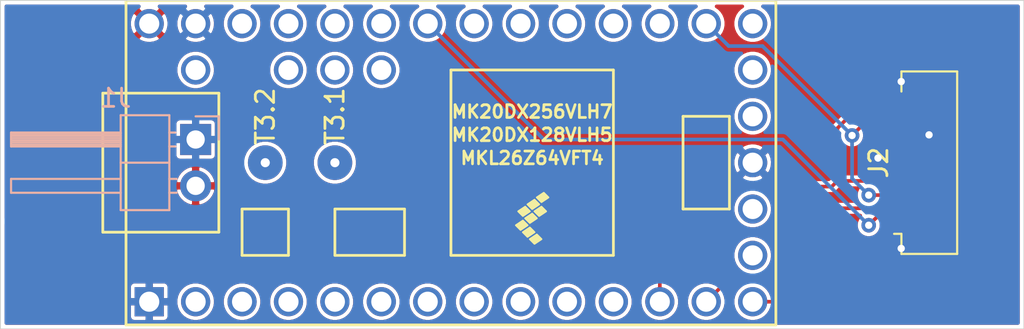
<source format=kicad_pcb>
(kicad_pcb (version 20171130) (host pcbnew "(5.1.5)-2")

  (general
    (thickness 1.6)
    (drawings 4)
    (tracks 66)
    (zones 0)
    (modules 3)
    (nets 37)
  )

  (page A4)
  (layers
    (0 F.Cu signal hide)
    (31 B.Cu signal hide)
    (32 B.Adhes user)
    (33 F.Adhes user)
    (34 B.Paste user)
    (35 F.Paste user)
    (36 B.SilkS user)
    (37 F.SilkS user)
    (38 B.Mask user)
    (39 F.Mask user)
    (40 Dwgs.User user)
    (41 Cmts.User user)
    (42 Eco1.User user)
    (43 Eco2.User user)
    (44 Edge.Cuts user)
    (45 Margin user)
    (46 B.CrtYd user)
    (47 F.CrtYd user)
    (48 B.Fab user)
    (49 F.Fab user)
  )

  (setup
    (last_trace_width 0.2)
    (user_trace_width 0.2)
    (user_trace_width 1)
    (trace_clearance 0.2)
    (zone_clearance 0.2)
    (zone_45_only no)
    (trace_min 0.2)
    (via_size 0.8)
    (via_drill 0.4)
    (via_min_size 0.4)
    (via_min_drill 0.3)
    (user_via 0.7 0.3)
    (uvia_size 0.3)
    (uvia_drill 0.1)
    (uvias_allowed no)
    (uvia_min_size 0.2)
    (uvia_min_drill 0.1)
    (edge_width 0.05)
    (segment_width 0.2)
    (pcb_text_width 0.3)
    (pcb_text_size 1.5 1.5)
    (mod_edge_width 0.12)
    (mod_text_size 1 1)
    (mod_text_width 0.15)
    (pad_size 1.524 1.524)
    (pad_drill 0.762)
    (pad_to_mask_clearance 0.051)
    (solder_mask_min_width 0.25)
    (aux_axis_origin 0 0)
    (visible_elements FFFFFF7F)
    (pcbplotparams
      (layerselection 0x010fc_ffffffff)
      (usegerberextensions false)
      (usegerberattributes false)
      (usegerberadvancedattributes false)
      (creategerberjobfile false)
      (excludeedgelayer true)
      (linewidth 0.100000)
      (plotframeref false)
      (viasonmask false)
      (mode 1)
      (useauxorigin false)
      (hpglpennumber 1)
      (hpglpenspeed 20)
      (hpglpendiameter 15.000000)
      (psnegative false)
      (psa4output false)
      (plotreference true)
      (plotvalue true)
      (plotinvisibletext false)
      (padsonsilk false)
      (subtractmaskfromsilk false)
      (outputformat 1)
      (mirror false)
      (drillshape 1)
      (scaleselection 1)
      (outputdirectory ""))
  )

  (net 0 "")
  (net 1 GND)
  (net 2 +5V)
  (net 3 /SOUT2)
  (net 4 /LAT)
  (net 5 /SCLK)
  (net 6 /SOUT1_SIN2)
  (net 7 /GCLK)
  (net 8 /SIN1)
  (net 9 "Net-(U1-Pad2)")
  (net 10 "Net-(U1-Pad3)")
  (net 11 "Net-(U1-Pad4)")
  (net 12 "Net-(U1-Pad5)")
  (net 13 "Net-(U1-Pad6)")
  (net 14 "Net-(U1-Pad7)")
  (net 15 "Net-(U1-Pad8)")
  (net 16 "Net-(U1-Pad9)")
  (net 17 "Net-(U1-Pad10)")
  (net 18 "Net-(U1-Pad11)")
  (net 19 "Net-(U1-Pad37)")
  (net 20 "Net-(U1-Pad36)")
  (net 21 "Net-(U1-Pad35)")
  (net 22 "Net-(U1-Pad31)")
  (net 23 "Net-(U1-Pad30)")
  (net 24 "Net-(U1-Pad29)")
  (net 25 "Net-(U1-Pad28)")
  (net 26 "Net-(U1-Pad26)")
  (net 27 "Net-(U1-Pad25)")
  (net 28 "Net-(U1-Pad24)")
  (net 29 "Net-(U1-Pad23)")
  (net 30 "Net-(U1-Pad22)")
  (net 31 "Net-(U1-Pad15)")
  (net 32 "Net-(U1-Pad16)")
  (net 33 "Net-(U1-Pad20)")
  (net 34 "Net-(U1-Pad19)")
  (net 35 "Net-(U1-Pad18)")
  (net 36 "Net-(U1-Pad34)")

  (net_class Default "This is the default net class."
    (clearance 0.2)
    (trace_width 0.25)
    (via_dia 0.8)
    (via_drill 0.4)
    (uvia_dia 0.3)
    (uvia_drill 0.1)
    (add_net +5V)
    (add_net /GCLK)
    (add_net /LAT)
    (add_net /SCLK)
    (add_net /SIN1)
    (add_net /SOUT1_SIN2)
    (add_net /SOUT2)
    (add_net GND)
    (add_net "Net-(U1-Pad10)")
    (add_net "Net-(U1-Pad11)")
    (add_net "Net-(U1-Pad15)")
    (add_net "Net-(U1-Pad16)")
    (add_net "Net-(U1-Pad18)")
    (add_net "Net-(U1-Pad19)")
    (add_net "Net-(U1-Pad2)")
    (add_net "Net-(U1-Pad20)")
    (add_net "Net-(U1-Pad22)")
    (add_net "Net-(U1-Pad23)")
    (add_net "Net-(U1-Pad24)")
    (add_net "Net-(U1-Pad25)")
    (add_net "Net-(U1-Pad26)")
    (add_net "Net-(U1-Pad28)")
    (add_net "Net-(U1-Pad29)")
    (add_net "Net-(U1-Pad3)")
    (add_net "Net-(U1-Pad30)")
    (add_net "Net-(U1-Pad31)")
    (add_net "Net-(U1-Pad34)")
    (add_net "Net-(U1-Pad35)")
    (add_net "Net-(U1-Pad36)")
    (add_net "Net-(U1-Pad37)")
    (add_net "Net-(U1-Pad4)")
    (add_net "Net-(U1-Pad5)")
    (add_net "Net-(U1-Pad6)")
    (add_net "Net-(U1-Pad7)")
    (add_net "Net-(U1-Pad8)")
    (add_net "Net-(U1-Pad9)")
  )

  (module teensy:Teensy30_31_32_LC (layer F.Cu) (tedit 5D5216D8) (tstamp 5DE564B1)
    (at 692.15 389.89)
    (path /5DE54476)
    (fp_text reference U1 (at 0 -10.16) (layer F.SilkS)
      (effects (font (size 1 1) (thickness 0.15)))
    )
    (fp_text value Teensy3.2 (at 0 10.16) (layer F.Fab)
      (effects (font (size 1 1) (thickness 0.15)))
    )
    (fp_text user MK20DX128VLH5 (at 4.445 -1.524) (layer F.SilkS)
      (effects (font (size 0.7 0.7) (thickness 0.15)))
    )
    (fp_text user MKL26Z64VFT4 (at 4.445 -0.254) (layer F.SilkS)
      (effects (font (size 0.7 0.7) (thickness 0.15)))
    )
    (fp_text user MK20DX256VLH7 (at 4.445 -2.794) (layer F.SilkS)
      (effects (font (size 0.7 0.7) (thickness 0.15)))
    )
    (fp_poly (pts (xy 4.826 2.921) (xy 4.572 2.667) (xy 4.953 2.413) (xy 5.207 2.667)) (layer F.SilkS) (width 0.1))
    (fp_poly (pts (xy 3.81 3.683) (xy 3.556 3.429) (xy 3.937 3.175) (xy 4.191 3.429)) (layer F.SilkS) (width 0.1))
    (fp_poly (pts (xy 4.572 4.445) (xy 4.318 4.191) (xy 4.699 3.937) (xy 4.953 4.191)) (layer F.SilkS) (width 0.1))
    (fp_poly (pts (xy 4.445 2.54) (xy 4.191 2.286) (xy 4.572 2.032) (xy 4.826 2.286)) (layer F.SilkS) (width 0.1))
    (fp_poly (pts (xy 4.191 4.064) (xy 3.937 3.81) (xy 4.318 3.556) (xy 4.572 3.81)) (layer F.SilkS) (width 0.1))
    (fp_poly (pts (xy 4.953 2.159) (xy 4.699 1.905) (xy 5.08 1.651) (xy 5.334 1.905)) (layer F.SilkS) (width 0.1))
    (fp_poly (pts (xy 4.318 3.302) (xy 4.064 3.048) (xy 4.445 2.794) (xy 4.699 3.048)) (layer F.SilkS) (width 0.1))
    (fp_poly (pts (xy 3.937 2.921) (xy 3.683 2.667) (xy 4.064 2.413) (xy 4.318 2.667)) (layer F.SilkS) (width 0.1))
    (fp_line (start -17.78 8.89) (end -17.78 -8.89) (layer F.SilkS) (width 0.15))
    (fp_line (start 17.78 8.89) (end -17.78 8.89) (layer F.SilkS) (width 0.15))
    (fp_line (start 17.78 -8.89) (end 17.78 8.89) (layer F.SilkS) (width 0.15))
    (fp_line (start -17.78 -8.89) (end 17.78 -8.89) (layer F.SilkS) (width 0.15))
    (fp_line (start 8.89 5.08) (end 0 5.08) (layer F.SilkS) (width 0.15))
    (fp_line (start 8.89 -5.08) (end 0 -5.08) (layer F.SilkS) (width 0.15))
    (fp_line (start 0 -5.08) (end 0 5.08) (layer F.SilkS) (width 0.15))
    (fp_line (start 8.89 5.08) (end 8.89 -5.08) (layer F.SilkS) (width 0.15))
    (fp_line (start 12.7 -2.54) (end 15.24 -2.54) (layer F.SilkS) (width 0.15))
    (fp_line (start 12.7 2.54) (end 12.7 -2.54) (layer F.SilkS) (width 0.15))
    (fp_line (start 15.24 2.54) (end 12.7 2.54) (layer F.SilkS) (width 0.15))
    (fp_line (start 15.24 -2.54) (end 15.24 2.54) (layer F.SilkS) (width 0.15))
    (fp_line (start -11.43 2.54) (end -11.43 5.08) (layer F.SilkS) (width 0.15))
    (fp_line (start -8.89 2.54) (end -11.43 2.54) (layer F.SilkS) (width 0.15))
    (fp_line (start -8.89 5.08) (end -8.89 2.54) (layer F.SilkS) (width 0.15))
    (fp_line (start -11.43 5.08) (end -8.89 5.08) (layer F.SilkS) (width 0.15))
    (fp_line (start -12.7 3.81) (end -17.78 3.81) (layer F.SilkS) (width 0.15))
    (fp_line (start -12.7 -3.81) (end -17.78 -3.81) (layer F.SilkS) (width 0.15))
    (fp_line (start -12.7 3.81) (end -12.7 -3.81) (layer F.SilkS) (width 0.15))
    (fp_line (start -6.35 2.54) (end -6.35 5.08) (layer F.SilkS) (width 0.15))
    (fp_line (start -2.54 2.54) (end -6.35 2.54) (layer F.SilkS) (width 0.15))
    (fp_line (start -2.54 5.08) (end -2.54 2.54) (layer F.SilkS) (width 0.15))
    (fp_line (start -6.35 5.08) (end -2.54 5.08) (layer F.SilkS) (width 0.15))
    (fp_line (start -19.05 -3.81) (end -17.78 -3.81) (layer F.SilkS) (width 0.15))
    (fp_line (start -19.05 3.81) (end -19.05 -3.81) (layer F.SilkS) (width 0.15))
    (fp_line (start -17.78 3.81) (end -19.05 3.81) (layer F.SilkS) (width 0.15))
    (fp_text user T3.1 (at -6.35 -2.54 90) (layer F.SilkS)
      (effects (font (size 1 1) (thickness 0.15)))
    )
    (fp_text user T3.2 (at -10.16 -2.54 90) (layer F.SilkS)
      (effects (font (size 1 1) (thickness 0.15)))
    )
    (pad 52 thru_hole circle (at -10.16 0) (size 1.9 1.9) (drill 0.5) (layers *.Cu *.Mask))
    (pad 52 thru_hole circle (at -6.35 0) (size 1.9 1.9) (drill 0.5) (layers *.Cu *.Mask))
    (pad 1 thru_hole rect (at -16.51 7.62) (size 1.6 1.6) (drill 1.1) (layers *.Cu *.Mask)
      (net 1 GND))
    (pad 2 thru_hole circle (at -13.97 7.62) (size 1.6 1.6) (drill 1.1) (layers *.Cu *.Mask)
      (net 9 "Net-(U1-Pad2)"))
    (pad 3 thru_hole circle (at -11.43 7.62) (size 1.6 1.6) (drill 1.1) (layers *.Cu *.Mask)
      (net 10 "Net-(U1-Pad3)"))
    (pad 4 thru_hole circle (at -8.89 7.62) (size 1.6 1.6) (drill 1.1) (layers *.Cu *.Mask)
      (net 11 "Net-(U1-Pad4)"))
    (pad 5 thru_hole circle (at -6.35 7.62) (size 1.6 1.6) (drill 1.1) (layers *.Cu *.Mask)
      (net 12 "Net-(U1-Pad5)"))
    (pad 6 thru_hole circle (at -3.81 7.62) (size 1.6 1.6) (drill 1.1) (layers *.Cu *.Mask)
      (net 13 "Net-(U1-Pad6)"))
    (pad 7 thru_hole circle (at -1.27 7.62) (size 1.6 1.6) (drill 1.1) (layers *.Cu *.Mask)
      (net 14 "Net-(U1-Pad7)"))
    (pad 8 thru_hole circle (at 1.27 7.62) (size 1.6 1.6) (drill 1.1) (layers *.Cu *.Mask)
      (net 15 "Net-(U1-Pad8)"))
    (pad 9 thru_hole circle (at 3.81 7.62) (size 1.6 1.6) (drill 1.1) (layers *.Cu *.Mask)
      (net 16 "Net-(U1-Pad9)"))
    (pad 10 thru_hole circle (at 6.35 7.62) (size 1.6 1.6) (drill 1.1) (layers *.Cu *.Mask)
      (net 17 "Net-(U1-Pad10)"))
    (pad 11 thru_hole circle (at 8.89 7.62) (size 1.6 1.6) (drill 1.1) (layers *.Cu *.Mask)
      (net 18 "Net-(U1-Pad11)"))
    (pad 12 thru_hole circle (at 11.43 7.62) (size 1.6 1.6) (drill 1.1) (layers *.Cu *.Mask)
      (net 4 /LAT))
    (pad 13 thru_hole circle (at 13.97 7.62) (size 1.6 1.6) (drill 1.1) (layers *.Cu *.Mask)
      (net 8 /SIN1))
    (pad 37 thru_hole circle (at -3.81 -5.08) (size 1.6 1.6) (drill 1.1) (layers *.Cu *.Mask)
      (net 19 "Net-(U1-Pad37)"))
    (pad 36 thru_hole circle (at -6.35 -5.08) (size 1.6 1.6) (drill 1.1) (layers *.Cu *.Mask)
      (net 20 "Net-(U1-Pad36)"))
    (pad 35 thru_hole circle (at -8.89 -5.08) (size 1.6 1.6) (drill 1.1) (layers *.Cu *.Mask)
      (net 21 "Net-(U1-Pad35)"))
    (pad 34 thru_hole circle (at -13.97 -5.08) (size 1.6 1.6) (drill 1.1) (layers *.Cu *.Mask)
      (net 36 "Net-(U1-Pad34)"))
    (pad 33 thru_hole circle (at -16.51 -7.62) (size 1.6 1.6) (drill 1.1) (layers *.Cu *.Mask)
      (net 2 +5V))
    (pad 32 thru_hole circle (at -13.97 -7.62) (size 1.6 1.6) (drill 1.1) (layers *.Cu *.Mask)
      (net 1 GND))
    (pad 31 thru_hole circle (at -11.43 -7.62) (size 1.6 1.6) (drill 1.1) (layers *.Cu *.Mask)
      (net 22 "Net-(U1-Pad31)"))
    (pad 30 thru_hole circle (at -8.89 -7.62) (size 1.6 1.6) (drill 1.1) (layers *.Cu *.Mask)
      (net 23 "Net-(U1-Pad30)"))
    (pad 29 thru_hole circle (at -6.35 -7.62) (size 1.6 1.6) (drill 1.1) (layers *.Cu *.Mask)
      (net 24 "Net-(U1-Pad29)"))
    (pad 28 thru_hole circle (at -3.81 -7.62) (size 1.6 1.6) (drill 1.1) (layers *.Cu *.Mask)
      (net 25 "Net-(U1-Pad28)"))
    (pad 27 thru_hole circle (at -1.27 -7.62) (size 1.6 1.6) (drill 1.1) (layers *.Cu *.Mask)
      (net 7 /GCLK))
    (pad 26 thru_hole circle (at 1.27 -7.62) (size 1.6 1.6) (drill 1.1) (layers *.Cu *.Mask)
      (net 26 "Net-(U1-Pad26)"))
    (pad 25 thru_hole circle (at 3.81 -7.62) (size 1.6 1.6) (drill 1.1) (layers *.Cu *.Mask)
      (net 27 "Net-(U1-Pad25)"))
    (pad 24 thru_hole circle (at 6.35 -7.62) (size 1.6 1.6) (drill 1.1) (layers *.Cu *.Mask)
      (net 28 "Net-(U1-Pad24)"))
    (pad 23 thru_hole circle (at 8.89 -7.62) (size 1.6 1.6) (drill 1.1) (layers *.Cu *.Mask)
      (net 29 "Net-(U1-Pad23)"))
    (pad 22 thru_hole circle (at 11.43 -7.62) (size 1.6 1.6) (drill 1.1) (layers *.Cu *.Mask)
      (net 30 "Net-(U1-Pad22)"))
    (pad 21 thru_hole circle (at 13.97 -7.62) (size 1.6 1.6) (drill 1.1) (layers *.Cu *.Mask)
      (net 5 /SCLK))
    (pad 14 thru_hole circle (at 16.51 7.62) (size 1.6 1.6) (drill 1.1) (layers *.Cu *.Mask)
      (net 3 /SOUT2))
    (pad 15 thru_hole circle (at 16.51 5.08) (size 1.6 1.6) (drill 1.1) (layers *.Cu *.Mask)
      (net 31 "Net-(U1-Pad15)"))
    (pad 16 thru_hole circle (at 16.51 2.54) (size 1.6 1.6) (drill 1.1) (layers *.Cu *.Mask)
      (net 32 "Net-(U1-Pad16)"))
    (pad 20 thru_hole circle (at 16.51 -7.62) (size 1.6 1.6) (drill 1.1) (layers *.Cu *.Mask)
      (net 33 "Net-(U1-Pad20)"))
    (pad 19 thru_hole circle (at 16.51 -5.08) (size 1.6 1.6) (drill 1.1) (layers *.Cu *.Mask)
      (net 34 "Net-(U1-Pad19)"))
    (pad 18 thru_hole circle (at 16.51 -2.54) (size 1.6 1.6) (drill 1.1) (layers *.Cu *.Mask)
      (net 35 "Net-(U1-Pad18)"))
    (pad 17 thru_hole circle (at 16.51 0) (size 1.6 1.6) (drill 1.1) (layers *.Cu *.Mask)
      (net 1 GND))
  )

  (module teensy:Hirose_FH19SC-15S-0.5SH_1x15-1MP_P0.50mm_Horizontal (layer F.Cu) (tedit 5CDA690D) (tstamp 5DE5461A)
    (at 717.55 389.89 90)
    (descr "Molex FH12, FFC/FPC connector, FH12-15S-0.5SH, 15 Pins per row (https://www.hirose.com/product/en/products/FH12/FH12-24S-0.5SH(55)/), generated with kicad-footprint-generator")
    (tags "connector Hirose  top entry")
    (path /5DE62F73)
    (attr smd)
    (fp_text reference J2 (at 0 -2 90) (layer F.SilkS)
      (effects (font (size 1 1) (thickness 0.15)))
    )
    (fp_text value Conn_01x15_Female (at 0 5.6 90) (layer F.Fab)
      (effects (font (size 1 1) (thickness 0.15)))
    )
    (fp_line (start -4.25 2) (end 0 2) (layer F.Fab) (width 0.1))
    (fp_line (start 4.25 2) (end 0 2) (layer F.Fab) (width 0.1))
    (fp_line (start -4.25 1.5) (end -4.25 2.5) (layer F.Fab) (width 0.1))
    (fp_line (start -4.75 1.5) (end -4.25 1.5) (layer F.Fab) (width 0.1))
    (fp_line (start 4.25 1.5) (end 4.25 2.5) (layer F.Fab) (width 0.1))
    (fp_line (start 4.75 1.5) (end 4.25 1.5) (layer F.Fab) (width 0.1))
    (fp_text user %R (at 0 3.7 90) (layer F.Fab)
      (effects (font (size 1 1) (thickness 0.15)))
    )
    (fp_line (start 5 -1.25) (end -5 -1.25) (layer F.CrtYd) (width 0.05))
    (fp_line (start 5 2.6) (end 5 -1.25) (layer F.CrtYd) (width 0.05))
    (fp_line (start -5 2.6) (end 5 2.6) (layer F.CrtYd) (width 0.05))
    (fp_line (start -5 -1.25) (end -5 2.6) (layer F.CrtYd) (width 0.05))
    (fp_line (start -3.5 0.207107) (end -3 -0.5) (layer F.Fab) (width 0.1))
    (fp_line (start -4 -0.5) (end -3.5 0.207107) (layer F.Fab) (width 0.1))
    (fp_line (start -3.9 -0.75) (end -3.9 -1.15) (layer F.SilkS) (width 0.12))
    (fp_line (start -5 2.3) (end 5 2.3) (layer F.SilkS) (width 0.12))
    (fp_line (start 5 -0.75) (end 5 2.3) (layer F.SilkS) (width 0.12))
    (fp_line (start 3.9 -0.75) (end 5 -0.75) (layer F.SilkS) (width 0.12))
    (fp_line (start -5 -0.75) (end -5 2.3) (layer F.SilkS) (width 0.12))
    (fp_line (start -3.9 -0.75) (end -5 -0.75) (layer F.SilkS) (width 0.12))
    (fp_line (start 4.25 2.5) (end 0 2.5) (layer F.Fab) (width 0.1))
    (fp_line (start 4.75 -0.5) (end 4.75 1.5) (layer F.Fab) (width 0.1))
    (fp_line (start 0 -0.5) (end 4.75 -0.5) (layer F.Fab) (width 0.1))
    (fp_line (start -4.25 2.5) (end 0 2.5) (layer F.Fab) (width 0.1))
    (fp_line (start -4.75 -0.5) (end -4.75 1.5) (layer F.Fab) (width 0.1))
    (fp_line (start 0 -0.5) (end -4.75 -0.5) (layer F.Fab) (width 0.1))
    (pad MP smd rect (at 4.5 1.75 90) (size 0.4 0.8) (layers F.Cu F.Paste F.Mask))
    (pad 15 smd rect (at 3.5 -0.75 90) (size 0.3 0.8) (layers F.Cu F.Paste F.Mask)
      (net 1 GND) (solder_paste_margin -0.025))
    (pad 14 smd rect (at 3 -0.75 90) (size 0.3 0.8) (layers F.Cu F.Paste F.Mask)
      (net 3 /SOUT2) (solder_paste_margin -0.025))
    (pad 13 smd rect (at 2.5 -0.75 90) (size 0.3 0.8) (layers F.Cu F.Paste F.Mask)
      (net 4 /LAT) (solder_paste_margin -0.025))
    (pad 12 smd rect (at 2 -0.75 90) (size 0.3 0.8) (layers F.Cu F.Paste F.Mask)
      (net 5 /SCLK) (solder_paste_margin -0.025))
    (pad 11 smd rect (at 1.5 -0.75 90) (size 0.3 0.8) (layers F.Cu F.Paste F.Mask)
      (net 1 GND) (solder_paste_margin -0.025))
    (pad 10 smd rect (at 1 -0.75 90) (size 0.3 0.8) (layers F.Cu F.Paste F.Mask)
      (net 6 /SOUT1_SIN2) (solder_paste_margin -0.025))
    (pad 9 smd rect (at 0.5 -0.75 90) (size 0.3 0.8) (layers F.Cu F.Paste F.Mask)
      (net 7 /GCLK) (solder_paste_margin -0.025))
    (pad 8 smd rect (at 0 -0.75 90) (size 0.3 0.8) (layers F.Cu F.Paste F.Mask)
      (net 1 GND) (solder_paste_margin -0.025))
    (pad 7 smd rect (at -0.5 -0.75 90) (size 0.3 0.8) (layers F.Cu F.Paste F.Mask)
      (net 6 /SOUT1_SIN2) (solder_paste_margin -0.025))
    (pad 6 smd rect (at -1 -0.75 90) (size 0.3 0.8) (layers F.Cu F.Paste F.Mask)
      (net 4 /LAT) (solder_paste_margin -0.025))
    (pad 5 smd rect (at -1.5 -0.75 90) (size 0.3 0.8) (layers F.Cu F.Paste F.Mask)
      (net 5 /SCLK) (solder_paste_margin -0.025))
    (pad 4 smd rect (at -2 -0.75 90) (size 0.3 0.8) (layers F.Cu F.Paste F.Mask)
      (net 1 GND) (solder_paste_margin -0.025))
    (pad 3 smd rect (at -2.5 -0.75 90) (size 0.3 0.8) (layers F.Cu F.Paste F.Mask)
      (net 8 /SIN1) (solder_paste_margin -0.025))
    (pad 2 smd rect (at -3 -0.75 90) (size 0.3 0.8) (layers F.Cu F.Paste F.Mask)
      (net 7 /GCLK) (solder_paste_margin -0.025))
    (pad 1 smd rect (at -3.5 -0.75 90) (size 0.3 0.8) (layers F.Cu F.Paste F.Mask)
      (net 1 GND) (solder_paste_margin -0.025))
    (pad MP smd rect (at -4.5 1.75 90) (size 0.4 0.8) (layers F.Cu F.Paste F.Mask))
    (model ${KISYS3DMOD}/Connector_FFC-FPC.3dshapes/Hirose_FH12-15S-0.5SH_1x15-1MP_P0.50mm_Horizontal.wrl
      (at (xyz 0 0 0))
      (scale (xyz 1 1 1))
      (rotate (xyz 0 0 0))
    )
  )

  (module Connector_PinHeader_2.54mm:PinHeader_1x02_P2.54mm_Horizontal (layer B.Cu) (tedit 59FED5CB) (tstamp 5DE551B6)
    (at 678.18 388.62 180)
    (descr "Through hole angled pin header, 1x02, 2.54mm pitch, 6mm pin length, single row")
    (tags "Through hole angled pin header THT 1x02 2.54mm single row")
    (path /5DE60375)
    (fp_text reference J1 (at 4.385 2.27) (layer B.SilkS)
      (effects (font (size 1 1) (thickness 0.15)) (justify mirror))
    )
    (fp_text value Conn_01x02_Male (at 4.385 -4.81) (layer B.Fab)
      (effects (font (size 1 1) (thickness 0.15)) (justify mirror))
    )
    (fp_text user %R (at 2.77 -1.27 90) (layer B.Fab)
      (effects (font (size 1 1) (thickness 0.15)) (justify mirror))
    )
    (fp_line (start 10.55 1.8) (end -1.8 1.8) (layer B.CrtYd) (width 0.05))
    (fp_line (start 10.55 -4.35) (end 10.55 1.8) (layer B.CrtYd) (width 0.05))
    (fp_line (start -1.8 -4.35) (end 10.55 -4.35) (layer B.CrtYd) (width 0.05))
    (fp_line (start -1.8 1.8) (end -1.8 -4.35) (layer B.CrtYd) (width 0.05))
    (fp_line (start -1.27 1.27) (end 0 1.27) (layer B.SilkS) (width 0.12))
    (fp_line (start -1.27 0) (end -1.27 1.27) (layer B.SilkS) (width 0.12))
    (fp_line (start 1.042929 -2.92) (end 1.44 -2.92) (layer B.SilkS) (width 0.12))
    (fp_line (start 1.042929 -2.16) (end 1.44 -2.16) (layer B.SilkS) (width 0.12))
    (fp_line (start 10.1 -2.92) (end 4.1 -2.92) (layer B.SilkS) (width 0.12))
    (fp_line (start 10.1 -2.16) (end 10.1 -2.92) (layer B.SilkS) (width 0.12))
    (fp_line (start 4.1 -2.16) (end 10.1 -2.16) (layer B.SilkS) (width 0.12))
    (fp_line (start 1.44 -1.27) (end 4.1 -1.27) (layer B.SilkS) (width 0.12))
    (fp_line (start 1.11 -0.38) (end 1.44 -0.38) (layer B.SilkS) (width 0.12))
    (fp_line (start 1.11 0.38) (end 1.44 0.38) (layer B.SilkS) (width 0.12))
    (fp_line (start 4.1 -0.28) (end 10.1 -0.28) (layer B.SilkS) (width 0.12))
    (fp_line (start 4.1 -0.16) (end 10.1 -0.16) (layer B.SilkS) (width 0.12))
    (fp_line (start 4.1 -0.04) (end 10.1 -0.04) (layer B.SilkS) (width 0.12))
    (fp_line (start 4.1 0.08) (end 10.1 0.08) (layer B.SilkS) (width 0.12))
    (fp_line (start 4.1 0.2) (end 10.1 0.2) (layer B.SilkS) (width 0.12))
    (fp_line (start 4.1 0.32) (end 10.1 0.32) (layer B.SilkS) (width 0.12))
    (fp_line (start 10.1 -0.38) (end 4.1 -0.38) (layer B.SilkS) (width 0.12))
    (fp_line (start 10.1 0.38) (end 10.1 -0.38) (layer B.SilkS) (width 0.12))
    (fp_line (start 4.1 0.38) (end 10.1 0.38) (layer B.SilkS) (width 0.12))
    (fp_line (start 4.1 1.33) (end 1.44 1.33) (layer B.SilkS) (width 0.12))
    (fp_line (start 4.1 -3.87) (end 4.1 1.33) (layer B.SilkS) (width 0.12))
    (fp_line (start 1.44 -3.87) (end 4.1 -3.87) (layer B.SilkS) (width 0.12))
    (fp_line (start 1.44 1.33) (end 1.44 -3.87) (layer B.SilkS) (width 0.12))
    (fp_line (start 4.04 -2.86) (end 10.04 -2.86) (layer B.Fab) (width 0.1))
    (fp_line (start 10.04 -2.22) (end 10.04 -2.86) (layer B.Fab) (width 0.1))
    (fp_line (start 4.04 -2.22) (end 10.04 -2.22) (layer B.Fab) (width 0.1))
    (fp_line (start -0.32 -2.86) (end 1.5 -2.86) (layer B.Fab) (width 0.1))
    (fp_line (start -0.32 -2.22) (end -0.32 -2.86) (layer B.Fab) (width 0.1))
    (fp_line (start -0.32 -2.22) (end 1.5 -2.22) (layer B.Fab) (width 0.1))
    (fp_line (start 4.04 -0.32) (end 10.04 -0.32) (layer B.Fab) (width 0.1))
    (fp_line (start 10.04 0.32) (end 10.04 -0.32) (layer B.Fab) (width 0.1))
    (fp_line (start 4.04 0.32) (end 10.04 0.32) (layer B.Fab) (width 0.1))
    (fp_line (start -0.32 -0.32) (end 1.5 -0.32) (layer B.Fab) (width 0.1))
    (fp_line (start -0.32 0.32) (end -0.32 -0.32) (layer B.Fab) (width 0.1))
    (fp_line (start -0.32 0.32) (end 1.5 0.32) (layer B.Fab) (width 0.1))
    (fp_line (start 1.5 0.635) (end 2.135 1.27) (layer B.Fab) (width 0.1))
    (fp_line (start 1.5 -3.81) (end 1.5 0.635) (layer B.Fab) (width 0.1))
    (fp_line (start 4.04 -3.81) (end 1.5 -3.81) (layer B.Fab) (width 0.1))
    (fp_line (start 4.04 1.27) (end 4.04 -3.81) (layer B.Fab) (width 0.1))
    (fp_line (start 2.135 1.27) (end 4.04 1.27) (layer B.Fab) (width 0.1))
    (pad 2 thru_hole oval (at 0 -2.54 180) (size 1.7 1.7) (drill 1) (layers *.Cu *.Mask)
      (net 2 +5V))
    (pad 1 thru_hole rect (at 0 0 180) (size 1.7 1.7) (drill 1) (layers *.Cu *.Mask)
      (net 1 GND))
    (model ${KISYS3DMOD}/Connector_PinHeader_2.54mm.3dshapes/PinHeader_1x02_P2.54mm_Horizontal.wrl
      (at (xyz 0 0 0))
      (scale (xyz 1 1 1))
      (rotate (xyz 0 0 0))
    )
  )

  (gr_line (start 723.5 399) (end 723.5 381) (layer Edge.Cuts) (width 0.05) (tstamp 5DE56B41))
  (gr_line (start 667.5 399) (end 723.5 399) (layer Edge.Cuts) (width 0.05))
  (gr_line (start 667.5 381) (end 667.5 399) (layer Edge.Cuts) (width 0.05))
  (gr_line (start 723.5 381) (end 667.5 381) (layer Edge.Cuts) (width 0.05))

  (via (at 716.788 385.444994) (size 0.8) (drill 0.4) (layers F.Cu B.Cu) (net 1))
  (segment (start 716.8 385.456994) (end 716.788 385.444994) (width 0.2) (layer F.Cu) (net 1))
  (segment (start 716.8 386.39) (end 716.8 385.456994) (width 0.2) (layer F.Cu) (net 1))
  (segment (start 716.8 394.577004) (end 716.788 394.589004) (width 0.2) (layer F.Cu) (net 1))
  (via (at 716.788 394.589004) (size 0.8) (drill 0.4) (layers F.Cu B.Cu) (net 1))
  (segment (start 716.8 393.39) (end 716.8 394.577004) (width 0.2) (layer F.Cu) (net 1))
  (segment (start 716.8 389.89) (end 716.750001 389.840001) (width 0.2) (layer F.Cu) (net 1))
  (segment (start 715.955998 389.636) (end 715.517948 389.636) (width 0.2) (layer F.Cu) (net 1))
  (segment (start 716.750001 389.840001) (end 716.159999 389.840001) (width 0.2) (layer F.Cu) (net 1))
  (segment (start 716.159999 389.840001) (end 715.955998 389.636) (width 0.2) (layer F.Cu) (net 1))
  (via (at 715.517948 389.636) (size 0.8) (drill 0.4) (layers F.Cu B.Cu) (net 1))
  (via (at 718.312 388.366) (size 0.8) (drill 0.4) (layers F.Cu B.Cu) (net 1))
  (segment (start 716.8 388.39) (end 718.288 388.39) (width 0.2) (layer F.Cu) (net 1))
  (segment (start 718.288 388.39) (end 718.312 388.366) (width 0.2) (layer F.Cu) (net 1))
  (segment (start 708.66 397.51) (end 715.518 397.51) (width 0.2) (layer F.Cu) (net 3))
  (segment (start 715.518 397.51) (end 718.185 394.843) (width 0.2) (layer F.Cu) (net 3))
  (segment (start 718.185 393.7) (end 719.328 392.557) (width 0.2) (layer F.Cu) (net 3))
  (segment (start 719.328 392.557) (end 719.328 387.858) (width 0.2) (layer F.Cu) (net 3))
  (segment (start 719.328 387.858) (end 718.36 386.89) (width 0.2) (layer F.Cu) (net 3))
  (segment (start 718.36 386.89) (end 716.8 386.89) (width 0.2) (layer F.Cu) (net 3))
  (segment (start 718.185 394.843) (end 718.185 393.7) (width 0.2) (layer F.Cu) (net 3))
  (segment (start 713.299998 390.89) (end 716.8 390.89) (width 0.2) (layer F.Cu) (net 4))
  (segment (start 713.299998 388.000002) (end 713.299998 390.89) (width 0.2) (layer F.Cu) (net 4))
  (segment (start 716.8 387.39) (end 713.91 387.39) (width 0.2) (layer F.Cu) (net 4))
  (segment (start 713.91 387.39) (end 713.299998 388.000002) (width 0.2) (layer F.Cu) (net 4))
  (segment (start 703.58 394.42) (end 703.58 396.37863) (width 0.2) (layer F.Cu) (net 4))
  (segment (start 706.8 391.2) (end 703.58 394.42) (width 0.2) (layer F.Cu) (net 4))
  (segment (start 703.58 396.37863) (end 703.58 397.51) (width 0.2) (layer F.Cu) (net 4))
  (segment (start 713.299998 390.89) (end 712.989998 391.2) (width 0.2) (layer F.Cu) (net 4))
  (segment (start 712.989998 391.2) (end 706.8 391.2) (width 0.2) (layer F.Cu) (net 4))
  (via (at 715.01 391.668) (size 0.8) (drill 0.4) (layers F.Cu B.Cu) (net 5))
  (segment (start 715.772 391.668) (end 715.01 391.668) (width 0.2) (layer F.Cu) (net 5))
  (segment (start 716.8 391.39) (end 716.05 391.39) (width 0.2) (layer F.Cu) (net 5))
  (segment (start 716.05 391.39) (end 715.772 391.668) (width 0.2) (layer F.Cu) (net 5))
  (segment (start 713.700001 388.000001) (end 714.1 388.4) (width 0.2) (layer B.Cu) (net 5))
  (segment (start 714.61 387.89) (end 714.1 388.4) (width 0.2) (layer F.Cu) (net 5))
  (segment (start 707.35 383.5) (end 709.2 383.5) (width 0.2) (layer B.Cu) (net 5))
  (segment (start 716.8 387.89) (end 714.61 387.89) (width 0.2) (layer F.Cu) (net 5))
  (segment (start 715.01 391.668) (end 714.1 390.758) (width 0.2) (layer B.Cu) (net 5))
  (via (at 714.1 388.4) (size 0.8) (drill 0.4) (layers F.Cu B.Cu) (net 5))
  (segment (start 714.1 390.758) (end 714.1 388.4) (width 0.2) (layer B.Cu) (net 5))
  (segment (start 709.2 383.5) (end 713.700001 388.000001) (width 0.2) (layer B.Cu) (net 5))
  (segment (start 706.12 382.27) (end 707.35 383.5) (width 0.2) (layer B.Cu) (net 5))
  (segment (start 714.817947 389.299999) (end 715.227946 388.89) (width 0.2) (layer F.Cu) (net 6))
  (segment (start 714.817947 389.972001) (end 714.817947 389.299999) (width 0.2) (layer F.Cu) (net 6))
  (segment (start 715.235946 390.39) (end 714.817947 389.972001) (width 0.2) (layer F.Cu) (net 6))
  (segment (start 716.8 390.39) (end 715.235946 390.39) (width 0.2) (layer F.Cu) (net 6))
  (segment (start 716.2 388.89) (end 716.8 388.89) (width 0.2) (layer F.Cu) (net 6))
  (segment (start 715.227946 388.89) (end 716.2 388.89) (width 0.2) (layer F.Cu) (net 6))
  (segment (start 718.058 392.557) (end 718.058 389.763) (width 0.2) (layer F.Cu) (net 7))
  (segment (start 717.685 389.39) (end 716.8 389.39) (width 0.2) (layer F.Cu) (net 7))
  (segment (start 718.058 389.763) (end 717.685 389.39) (width 0.2) (layer F.Cu) (net 7))
  (segment (start 717.725 392.89) (end 718.058 392.557) (width 0.2) (layer F.Cu) (net 7))
  (segment (start 716.8 392.89) (end 717.725 392.89) (width 0.2) (layer F.Cu) (net 7))
  (segment (start 715.439 392.89) (end 715.01 393.319) (width 0.2) (layer F.Cu) (net 7))
  (segment (start 716.8 392.89) (end 715.439 392.89) (width 0.2) (layer F.Cu) (net 7))
  (via (at 715.01 393.319) (size 0.8) (drill 0.4) (layers F.Cu B.Cu) (net 7))
  (segment (start 691.679999 383.069999) (end 690.88 382.27) (width 0.2) (layer B.Cu) (net 7))
  (segment (start 697.23 388.62) (end 691.679999 383.069999) (width 0.2) (layer B.Cu) (net 7))
  (segment (start 715.01 393.319) (end 710.311 388.62) (width 0.2) (layer B.Cu) (net 7))
  (segment (start 710.311 388.62) (end 697.23 388.62) (width 0.2) (layer B.Cu) (net 7))
  (segment (start 709.549 396.24) (end 707.39 396.24) (width 0.2) (layer F.Cu) (net 8))
  (segment (start 713.399 392.39) (end 709.549 396.24) (width 0.2) (layer F.Cu) (net 8))
  (segment (start 707.39 396.24) (end 706.919999 396.710001) (width 0.2) (layer F.Cu) (net 8))
  (segment (start 706.919999 396.710001) (end 706.12 397.51) (width 0.2) (layer F.Cu) (net 8))
  (segment (start 716.8 392.39) (end 713.399 392.39) (width 0.2) (layer F.Cu) (net 8))

  (zone (net 2) (net_name +5V) (layer F.Cu) (tstamp 0) (hatch edge 0.508)
    (priority 1)
    (connect_pads (clearance 0.2))
    (min_thickness 0.2)
    (fill yes (arc_segments 32) (thermal_gap 0.2) (thermal_bridge_width 0.4))
    (polygon
      (pts
        (xy 680.5 393) (xy 667.5 393) (xy 667.5 381) (xy 680.5 381)
      )
    )
    (filled_polygon
      (pts
        (xy 674.985602 381.474181) (xy 675.64 382.128579) (xy 676.294398 381.474181) (xy 676.208619 381.325) (xy 677.614346 381.325)
        (xy 677.478791 381.415575) (xy 677.325575 381.568791) (xy 677.205193 381.748955) (xy 677.122273 381.949142) (xy 677.08 382.161659)
        (xy 677.08 382.378341) (xy 677.122273 382.590858) (xy 677.205193 382.791045) (xy 677.325575 382.971209) (xy 677.478791 383.124425)
        (xy 677.658955 383.244807) (xy 677.859142 383.327727) (xy 678.071659 383.37) (xy 678.288341 383.37) (xy 678.500858 383.327727)
        (xy 678.701045 383.244807) (xy 678.881209 383.124425) (xy 679.034425 382.971209) (xy 679.154807 382.791045) (xy 679.237727 382.590858)
        (xy 679.28 382.378341) (xy 679.28 382.161659) (xy 679.237727 381.949142) (xy 679.154807 381.748955) (xy 679.034425 381.568791)
        (xy 678.881209 381.415575) (xy 678.745654 381.325) (xy 680.154346 381.325) (xy 680.018791 381.415575) (xy 679.865575 381.568791)
        (xy 679.745193 381.748955) (xy 679.662273 381.949142) (xy 679.62 382.161659) (xy 679.62 382.378341) (xy 679.662273 382.590858)
        (xy 679.745193 382.791045) (xy 679.865575 382.971209) (xy 680.018791 383.124425) (xy 680.198955 383.244807) (xy 680.399142 383.327727)
        (xy 680.4 383.327898) (xy 680.4 392.9) (xy 667.825 392.9) (xy 667.825 391.437987) (xy 677.064104 391.437987)
        (xy 677.097721 391.548823) (xy 677.194372 391.752494) (xy 677.3289 391.933396) (xy 677.496136 392.084577) (xy 677.689652 392.200227)
        (xy 677.902012 392.275901) (xy 678.08 392.230649) (xy 678.08 391.26) (xy 678.28 391.26) (xy 678.28 392.230649)
        (xy 678.457988 392.275901) (xy 678.670348 392.200227) (xy 678.863864 392.084577) (xy 679.0311 391.933396) (xy 679.165628 391.752494)
        (xy 679.262279 391.548823) (xy 679.295896 391.437987) (xy 679.250339 391.26) (xy 678.28 391.26) (xy 678.08 391.26)
        (xy 677.109661 391.26) (xy 677.064104 391.437987) (xy 667.825 391.437987) (xy 667.825 390.882013) (xy 677.064104 390.882013)
        (xy 677.109661 391.06) (xy 678.08 391.06) (xy 678.08 390.089351) (xy 678.28 390.089351) (xy 678.28 391.06)
        (xy 679.250339 391.06) (xy 679.295896 390.882013) (xy 679.262279 390.771177) (xy 679.165628 390.567506) (xy 679.0311 390.386604)
        (xy 678.863864 390.235423) (xy 678.670348 390.119773) (xy 678.457988 390.044099) (xy 678.28 390.089351) (xy 678.08 390.089351)
        (xy 677.902012 390.044099) (xy 677.689652 390.119773) (xy 677.496136 390.235423) (xy 677.3289 390.386604) (xy 677.194372 390.567506)
        (xy 677.097721 390.771177) (xy 677.064104 390.882013) (xy 667.825 390.882013) (xy 667.825 387.77) (xy 677.028549 387.77)
        (xy 677.028549 389.47) (xy 677.034341 389.52881) (xy 677.051496 389.58536) (xy 677.079353 389.637477) (xy 677.116842 389.683158)
        (xy 677.162523 389.720647) (xy 677.21464 389.748504) (xy 677.27119 389.765659) (xy 677.33 389.771451) (xy 679.03 389.771451)
        (xy 679.08881 389.765659) (xy 679.14536 389.748504) (xy 679.197477 389.720647) (xy 679.243158 389.683158) (xy 679.280647 389.637477)
        (xy 679.308504 389.58536) (xy 679.325659 389.52881) (xy 679.331451 389.47) (xy 679.331451 387.77) (xy 679.325659 387.71119)
        (xy 679.308504 387.65464) (xy 679.280647 387.602523) (xy 679.243158 387.556842) (xy 679.197477 387.519353) (xy 679.14536 387.491496)
        (xy 679.08881 387.474341) (xy 679.03 387.468549) (xy 677.33 387.468549) (xy 677.27119 387.474341) (xy 677.21464 387.491496)
        (xy 677.162523 387.519353) (xy 677.116842 387.556842) (xy 677.079353 387.602523) (xy 677.051496 387.65464) (xy 677.034341 387.71119)
        (xy 677.028549 387.77) (xy 667.825 387.77) (xy 667.825 384.701659) (xy 677.08 384.701659) (xy 677.08 384.918341)
        (xy 677.122273 385.130858) (xy 677.205193 385.331045) (xy 677.325575 385.511209) (xy 677.478791 385.664425) (xy 677.658955 385.784807)
        (xy 677.859142 385.867727) (xy 678.071659 385.91) (xy 678.288341 385.91) (xy 678.500858 385.867727) (xy 678.701045 385.784807)
        (xy 678.881209 385.664425) (xy 679.034425 385.511209) (xy 679.154807 385.331045) (xy 679.237727 385.130858) (xy 679.28 384.918341)
        (xy 679.28 384.701659) (xy 679.237727 384.489142) (xy 679.154807 384.288955) (xy 679.034425 384.108791) (xy 678.881209 383.955575)
        (xy 678.701045 383.835193) (xy 678.500858 383.752273) (xy 678.288341 383.71) (xy 678.071659 383.71) (xy 677.859142 383.752273)
        (xy 677.658955 383.835193) (xy 677.478791 383.955575) (xy 677.325575 384.108791) (xy 677.205193 384.288955) (xy 677.122273 384.489142)
        (xy 677.08 384.701659) (xy 667.825 384.701659) (xy 667.825 383.065819) (xy 674.985602 383.065819) (xy 675.073874 383.219335)
        (xy 675.269958 383.31154) (xy 675.480263 383.363719) (xy 675.696706 383.373867) (xy 675.91097 383.341593) (xy 676.114821 383.268139)
        (xy 676.206126 383.219335) (xy 676.294398 383.065819) (xy 675.64 382.411421) (xy 674.985602 383.065819) (xy 667.825 383.065819)
        (xy 667.825 382.326706) (xy 674.536133 382.326706) (xy 674.568407 382.54097) (xy 674.641861 382.744821) (xy 674.690665 382.836126)
        (xy 674.844181 382.924398) (xy 675.498579 382.27) (xy 675.781421 382.27) (xy 676.435819 382.924398) (xy 676.589335 382.836126)
        (xy 676.68154 382.640042) (xy 676.733719 382.429737) (xy 676.743867 382.213294) (xy 676.711593 381.99903) (xy 676.638139 381.795179)
        (xy 676.589335 381.703874) (xy 676.435819 381.615602) (xy 675.781421 382.27) (xy 675.498579 382.27) (xy 674.844181 381.615602)
        (xy 674.690665 381.703874) (xy 674.59846 381.899958) (xy 674.546281 382.110263) (xy 674.536133 382.326706) (xy 667.825 382.326706)
        (xy 667.825 381.325) (xy 675.071381 381.325)
      )
    )
  )
  (zone (net 1) (net_name GND) (layer F.Cu) (tstamp 0) (hatch edge 0.508)
    (connect_pads (clearance 0.2))
    (min_thickness 0.2)
    (fill yes (arc_segments 32) (thermal_gap 0.2) (thermal_bridge_width 0.4))
    (polygon
      (pts
        (xy 723.5 399) (xy 667.5 399) (xy 667.5 381) (xy 723.5 381)
      )
    )
    (filled_polygon
      (pts
        (xy 682.558791 381.415575) (xy 682.405575 381.568791) (xy 682.285193 381.748955) (xy 682.202273 381.949142) (xy 682.16 382.161659)
        (xy 682.16 382.378341) (xy 682.202273 382.590858) (xy 682.285193 382.791045) (xy 682.405575 382.971209) (xy 682.558791 383.124425)
        (xy 682.738955 383.244807) (xy 682.939142 383.327727) (xy 683.151659 383.37) (xy 683.368341 383.37) (xy 683.580858 383.327727)
        (xy 683.781045 383.244807) (xy 683.961209 383.124425) (xy 684.114425 382.971209) (xy 684.234807 382.791045) (xy 684.317727 382.590858)
        (xy 684.36 382.378341) (xy 684.36 382.161659) (xy 684.317727 381.949142) (xy 684.234807 381.748955) (xy 684.114425 381.568791)
        (xy 683.961209 381.415575) (xy 683.825654 381.325) (xy 685.234346 381.325) (xy 685.098791 381.415575) (xy 684.945575 381.568791)
        (xy 684.825193 381.748955) (xy 684.742273 381.949142) (xy 684.7 382.161659) (xy 684.7 382.378341) (xy 684.742273 382.590858)
        (xy 684.825193 382.791045) (xy 684.945575 382.971209) (xy 685.098791 383.124425) (xy 685.278955 383.244807) (xy 685.479142 383.327727)
        (xy 685.691659 383.37) (xy 685.908341 383.37) (xy 686.120858 383.327727) (xy 686.321045 383.244807) (xy 686.501209 383.124425)
        (xy 686.654425 382.971209) (xy 686.774807 382.791045) (xy 686.857727 382.590858) (xy 686.9 382.378341) (xy 686.9 382.161659)
        (xy 686.857727 381.949142) (xy 686.774807 381.748955) (xy 686.654425 381.568791) (xy 686.501209 381.415575) (xy 686.365654 381.325)
        (xy 687.774346 381.325) (xy 687.638791 381.415575) (xy 687.485575 381.568791) (xy 687.365193 381.748955) (xy 687.282273 381.949142)
        (xy 687.24 382.161659) (xy 687.24 382.378341) (xy 687.282273 382.590858) (xy 687.365193 382.791045) (xy 687.485575 382.971209)
        (xy 687.638791 383.124425) (xy 687.818955 383.244807) (xy 688.019142 383.327727) (xy 688.231659 383.37) (xy 688.448341 383.37)
        (xy 688.660858 383.327727) (xy 688.861045 383.244807) (xy 689.041209 383.124425) (xy 689.194425 382.971209) (xy 689.314807 382.791045)
        (xy 689.397727 382.590858) (xy 689.44 382.378341) (xy 689.44 382.161659) (xy 689.397727 381.949142) (xy 689.314807 381.748955)
        (xy 689.194425 381.568791) (xy 689.041209 381.415575) (xy 688.905654 381.325) (xy 690.314346 381.325) (xy 690.178791 381.415575)
        (xy 690.025575 381.568791) (xy 689.905193 381.748955) (xy 689.822273 381.949142) (xy 689.78 382.161659) (xy 689.78 382.378341)
        (xy 689.822273 382.590858) (xy 689.905193 382.791045) (xy 690.025575 382.971209) (xy 690.178791 383.124425) (xy 690.358955 383.244807)
        (xy 690.559142 383.327727) (xy 690.771659 383.37) (xy 690.988341 383.37) (xy 691.200858 383.327727) (xy 691.401045 383.244807)
        (xy 691.581209 383.124425) (xy 691.734425 382.971209) (xy 691.854807 382.791045) (xy 691.937727 382.590858) (xy 691.98 382.378341)
        (xy 691.98 382.161659) (xy 691.937727 381.949142) (xy 691.854807 381.748955) (xy 691.734425 381.568791) (xy 691.581209 381.415575)
        (xy 691.445654 381.325) (xy 692.854346 381.325) (xy 692.718791 381.415575) (xy 692.565575 381.568791) (xy 692.445193 381.748955)
        (xy 692.362273 381.949142) (xy 692.32 382.161659) (xy 692.32 382.378341) (xy 692.362273 382.590858) (xy 692.445193 382.791045)
        (xy 692.565575 382.971209) (xy 692.718791 383.124425) (xy 692.898955 383.244807) (xy 693.099142 383.327727) (xy 693.311659 383.37)
        (xy 693.528341 383.37) (xy 693.740858 383.327727) (xy 693.941045 383.244807) (xy 694.121209 383.124425) (xy 694.274425 382.971209)
        (xy 694.394807 382.791045) (xy 694.477727 382.590858) (xy 694.52 382.378341) (xy 694.52 382.161659) (xy 694.477727 381.949142)
        (xy 694.394807 381.748955) (xy 694.274425 381.568791) (xy 694.121209 381.415575) (xy 693.985654 381.325) (xy 695.394346 381.325)
        (xy 695.258791 381.415575) (xy 695.105575 381.568791) (xy 694.985193 381.748955) (xy 694.902273 381.949142) (xy 694.86 382.161659)
        (xy 694.86 382.378341) (xy 694.902273 382.590858) (xy 694.985193 382.791045) (xy 695.105575 382.971209) (xy 695.258791 383.124425)
        (xy 695.438955 383.244807) (xy 695.639142 383.327727) (xy 695.851659 383.37) (xy 696.068341 383.37) (xy 696.280858 383.327727)
        (xy 696.481045 383.244807) (xy 696.661209 383.124425) (xy 696.814425 382.971209) (xy 696.934807 382.791045) (xy 697.017727 382.590858)
        (xy 697.06 382.378341) (xy 697.06 382.161659) (xy 697.017727 381.949142) (xy 696.934807 381.748955) (xy 696.814425 381.568791)
        (xy 696.661209 381.415575) (xy 696.525654 381.325) (xy 697.934346 381.325) (xy 697.798791 381.415575) (xy 697.645575 381.568791)
        (xy 697.525193 381.748955) (xy 697.442273 381.949142) (xy 697.4 382.161659) (xy 697.4 382.378341) (xy 697.442273 382.590858)
        (xy 697.525193 382.791045) (xy 697.645575 382.971209) (xy 697.798791 383.124425) (xy 697.978955 383.244807) (xy 698.179142 383.327727)
        (xy 698.391659 383.37) (xy 698.608341 383.37) (xy 698.820858 383.327727) (xy 699.021045 383.244807) (xy 699.201209 383.124425)
        (xy 699.354425 382.971209) (xy 699.474807 382.791045) (xy 699.557727 382.590858) (xy 699.6 382.378341) (xy 699.6 382.161659)
        (xy 699.557727 381.949142) (xy 699.474807 381.748955) (xy 699.354425 381.568791) (xy 699.201209 381.415575) (xy 699.065654 381.325)
        (xy 700.474346 381.325) (xy 700.338791 381.415575) (xy 700.185575 381.568791) (xy 700.065193 381.748955) (xy 699.982273 381.949142)
        (xy 699.94 382.161659) (xy 699.94 382.378341) (xy 699.982273 382.590858) (xy 700.065193 382.791045) (xy 700.185575 382.971209)
        (xy 700.338791 383.124425) (xy 700.518955 383.244807) (xy 700.719142 383.327727) (xy 700.931659 383.37) (xy 701.148341 383.37)
        (xy 701.360858 383.327727) (xy 701.561045 383.244807) (xy 701.741209 383.124425) (xy 701.894425 382.971209) (xy 702.014807 382.791045)
        (xy 702.097727 382.590858) (xy 702.14 382.378341) (xy 702.14 382.161659) (xy 702.097727 381.949142) (xy 702.014807 381.748955)
        (xy 701.894425 381.568791) (xy 701.741209 381.415575) (xy 701.605654 381.325) (xy 703.014346 381.325) (xy 702.878791 381.415575)
        (xy 702.725575 381.568791) (xy 702.605193 381.748955) (xy 702.522273 381.949142) (xy 702.48 382.161659) (xy 702.48 382.378341)
        (xy 702.522273 382.590858) (xy 702.605193 382.791045) (xy 702.725575 382.971209) (xy 702.878791 383.124425) (xy 703.058955 383.244807)
        (xy 703.259142 383.327727) (xy 703.471659 383.37) (xy 703.688341 383.37) (xy 703.900858 383.327727) (xy 704.101045 383.244807)
        (xy 704.281209 383.124425) (xy 704.434425 382.971209) (xy 704.554807 382.791045) (xy 704.637727 382.590858) (xy 704.68 382.378341)
        (xy 704.68 382.161659) (xy 704.637727 381.949142) (xy 704.554807 381.748955) (xy 704.434425 381.568791) (xy 704.281209 381.415575)
        (xy 704.145654 381.325) (xy 705.554346 381.325) (xy 705.418791 381.415575) (xy 705.265575 381.568791) (xy 705.145193 381.748955)
        (xy 705.062273 381.949142) (xy 705.02 382.161659) (xy 705.02 382.378341) (xy 705.062273 382.590858) (xy 705.145193 382.791045)
        (xy 705.265575 382.971209) (xy 705.418791 383.124425) (xy 705.598955 383.244807) (xy 705.799142 383.327727) (xy 706.011659 383.37)
        (xy 706.228341 383.37) (xy 706.440858 383.327727) (xy 706.641045 383.244807) (xy 706.821209 383.124425) (xy 706.974425 382.971209)
        (xy 707.094807 382.791045) (xy 707.177727 382.590858) (xy 707.22 382.378341) (xy 707.22 382.161659) (xy 707.177727 381.949142)
        (xy 707.094807 381.748955) (xy 706.974425 381.568791) (xy 706.821209 381.415575) (xy 706.685654 381.325) (xy 708.094346 381.325)
        (xy 707.958791 381.415575) (xy 707.805575 381.568791) (xy 707.685193 381.748955) (xy 707.602273 381.949142) (xy 707.56 382.161659)
        (xy 707.56 382.378341) (xy 707.602273 382.590858) (xy 707.685193 382.791045) (xy 707.805575 382.971209) (xy 707.958791 383.124425)
        (xy 708.138955 383.244807) (xy 708.339142 383.327727) (xy 708.551659 383.37) (xy 708.768341 383.37) (xy 708.980858 383.327727)
        (xy 709.181045 383.244807) (xy 709.361209 383.124425) (xy 709.514425 382.971209) (xy 709.634807 382.791045) (xy 709.717727 382.590858)
        (xy 709.76 382.378341) (xy 709.76 382.161659) (xy 709.717727 381.949142) (xy 709.634807 381.748955) (xy 709.514425 381.568791)
        (xy 709.361209 381.415575) (xy 709.225654 381.325) (xy 723.175001 381.325) (xy 723.175 398.675) (xy 667.825 398.675)
        (xy 667.825 398.31) (xy 674.538548 398.31) (xy 674.54434 398.36881) (xy 674.561495 398.425361) (xy 674.589352 398.477478)
        (xy 674.626841 398.523159) (xy 674.672522 398.560648) (xy 674.724639 398.588505) (xy 674.78119 398.60566) (xy 674.84 398.611452)
        (xy 675.465 398.61) (xy 675.54 398.535) (xy 675.54 397.61) (xy 675.74 397.61) (xy 675.74 398.535)
        (xy 675.815 398.61) (xy 676.44 398.611452) (xy 676.49881 398.60566) (xy 676.555361 398.588505) (xy 676.607478 398.560648)
        (xy 676.653159 398.523159) (xy 676.690648 398.477478) (xy 676.718505 398.425361) (xy 676.73566 398.36881) (xy 676.741452 398.31)
        (xy 676.74 397.685) (xy 676.665 397.61) (xy 675.74 397.61) (xy 675.54 397.61) (xy 674.615 397.61)
        (xy 674.54 397.685) (xy 674.538548 398.31) (xy 667.825 398.31) (xy 667.825 396.71) (xy 674.538548 396.71)
        (xy 674.54 397.335) (xy 674.615 397.41) (xy 675.54 397.41) (xy 675.54 396.485) (xy 675.74 396.485)
        (xy 675.74 397.41) (xy 676.665 397.41) (xy 676.673341 397.401659) (xy 677.08 397.401659) (xy 677.08 397.618341)
        (xy 677.122273 397.830858) (xy 677.205193 398.031045) (xy 677.325575 398.211209) (xy 677.478791 398.364425) (xy 677.658955 398.484807)
        (xy 677.859142 398.567727) (xy 678.071659 398.61) (xy 678.288341 398.61) (xy 678.500858 398.567727) (xy 678.701045 398.484807)
        (xy 678.881209 398.364425) (xy 679.034425 398.211209) (xy 679.154807 398.031045) (xy 679.237727 397.830858) (xy 679.28 397.618341)
        (xy 679.28 397.401659) (xy 679.62 397.401659) (xy 679.62 397.618341) (xy 679.662273 397.830858) (xy 679.745193 398.031045)
        (xy 679.865575 398.211209) (xy 680.018791 398.364425) (xy 680.198955 398.484807) (xy 680.399142 398.567727) (xy 680.611659 398.61)
        (xy 680.828341 398.61) (xy 681.040858 398.567727) (xy 681.241045 398.484807) (xy 681.421209 398.364425) (xy 681.574425 398.211209)
        (xy 681.694807 398.031045) (xy 681.777727 397.830858) (xy 681.82 397.618341) (xy 681.82 397.401659) (xy 682.16 397.401659)
        (xy 682.16 397.618341) (xy 682.202273 397.830858) (xy 682.285193 398.031045) (xy 682.405575 398.211209) (xy 682.558791 398.364425)
        (xy 682.738955 398.484807) (xy 682.939142 398.567727) (xy 683.151659 398.61) (xy 683.368341 398.61) (xy 683.580858 398.567727)
        (xy 683.781045 398.484807) (xy 683.961209 398.364425) (xy 684.114425 398.211209) (xy 684.234807 398.031045) (xy 684.317727 397.830858)
        (xy 684.36 397.618341) (xy 684.36 397.401659) (xy 684.7 397.401659) (xy 684.7 397.618341) (xy 684.742273 397.830858)
        (xy 684.825193 398.031045) (xy 684.945575 398.211209) (xy 685.098791 398.364425) (xy 685.278955 398.484807) (xy 685.479142 398.567727)
        (xy 685.691659 398.61) (xy 685.908341 398.61) (xy 686.120858 398.567727) (xy 686.321045 398.484807) (xy 686.501209 398.364425)
        (xy 686.654425 398.211209) (xy 686.774807 398.031045) (xy 686.857727 397.830858) (xy 686.9 397.618341) (xy 686.9 397.401659)
        (xy 687.24 397.401659) (xy 687.24 397.618341) (xy 687.282273 397.830858) (xy 687.365193 398.031045) (xy 687.485575 398.211209)
        (xy 687.638791 398.364425) (xy 687.818955 398.484807) (xy 688.019142 398.567727) (xy 688.231659 398.61) (xy 688.448341 398.61)
        (xy 688.660858 398.567727) (xy 688.861045 398.484807) (xy 689.041209 398.364425) (xy 689.194425 398.211209) (xy 689.314807 398.031045)
        (xy 689.397727 397.830858) (xy 689.44 397.618341) (xy 689.44 397.401659) (xy 689.78 397.401659) (xy 689.78 397.618341)
        (xy 689.822273 397.830858) (xy 689.905193 398.031045) (xy 690.025575 398.211209) (xy 690.178791 398.364425) (xy 690.358955 398.484807)
        (xy 690.559142 398.567727) (xy 690.771659 398.61) (xy 690.988341 398.61) (xy 691.200858 398.567727) (xy 691.401045 398.484807)
        (xy 691.581209 398.364425) (xy 691.734425 398.211209) (xy 691.854807 398.031045) (xy 691.937727 397.830858) (xy 691.98 397.618341)
        (xy 691.98 397.401659) (xy 692.32 397.401659) (xy 692.32 397.618341) (xy 692.362273 397.830858) (xy 692.445193 398.031045)
        (xy 692.565575 398.211209) (xy 692.718791 398.364425) (xy 692.898955 398.484807) (xy 693.099142 398.567727) (xy 693.311659 398.61)
        (xy 693.528341 398.61) (xy 693.740858 398.567727) (xy 693.941045 398.484807) (xy 694.121209 398.364425) (xy 694.274425 398.211209)
        (xy 694.394807 398.031045) (xy 694.477727 397.830858) (xy 694.52 397.618341) (xy 694.52 397.401659) (xy 694.86 397.401659)
        (xy 694.86 397.618341) (xy 694.902273 397.830858) (xy 694.985193 398.031045) (xy 695.105575 398.211209) (xy 695.258791 398.364425)
        (xy 695.438955 398.484807) (xy 695.639142 398.567727) (xy 695.851659 398.61) (xy 696.068341 398.61) (xy 696.280858 398.567727)
        (xy 696.481045 398.484807) (xy 696.661209 398.364425) (xy 696.814425 398.211209) (xy 696.934807 398.031045) (xy 697.017727 397.830858)
        (xy 697.06 397.618341) (xy 697.06 397.401659) (xy 697.4 397.401659) (xy 697.4 397.618341) (xy 697.442273 397.830858)
        (xy 697.525193 398.031045) (xy 697.645575 398.211209) (xy 697.798791 398.364425) (xy 697.978955 398.484807) (xy 698.179142 398.567727)
        (xy 698.391659 398.61) (xy 698.608341 398.61) (xy 698.820858 398.567727) (xy 699.021045 398.484807) (xy 699.201209 398.364425)
        (xy 699.354425 398.211209) (xy 699.474807 398.031045) (xy 699.557727 397.830858) (xy 699.6 397.618341) (xy 699.6 397.401659)
        (xy 699.94 397.401659) (xy 699.94 397.618341) (xy 699.982273 397.830858) (xy 700.065193 398.031045) (xy 700.185575 398.211209)
        (xy 700.338791 398.364425) (xy 700.518955 398.484807) (xy 700.719142 398.567727) (xy 700.931659 398.61) (xy 701.148341 398.61)
        (xy 701.360858 398.567727) (xy 701.561045 398.484807) (xy 701.741209 398.364425) (xy 701.894425 398.211209) (xy 702.014807 398.031045)
        (xy 702.097727 397.830858) (xy 702.14 397.618341) (xy 702.14 397.401659) (xy 702.48 397.401659) (xy 702.48 397.618341)
        (xy 702.522273 397.830858) (xy 702.605193 398.031045) (xy 702.725575 398.211209) (xy 702.878791 398.364425) (xy 703.058955 398.484807)
        (xy 703.259142 398.567727) (xy 703.471659 398.61) (xy 703.688341 398.61) (xy 703.900858 398.567727) (xy 704.101045 398.484807)
        (xy 704.281209 398.364425) (xy 704.434425 398.211209) (xy 704.554807 398.031045) (xy 704.637727 397.830858) (xy 704.68 397.618341)
        (xy 704.68 397.401659) (xy 704.637727 397.189142) (xy 704.554807 396.988955) (xy 704.434425 396.808791) (xy 704.281209 396.655575)
        (xy 704.101045 396.535193) (xy 703.98 396.485055) (xy 703.98 394.585685) (xy 706.965685 391.6) (xy 707.934366 391.6)
        (xy 707.805575 391.728791) (xy 707.685193 391.908955) (xy 707.602273 392.109142) (xy 707.56 392.321659) (xy 707.56 392.538341)
        (xy 707.602273 392.750858) (xy 707.685193 392.951045) (xy 707.805575 393.131209) (xy 707.958791 393.284425) (xy 708.138955 393.404807)
        (xy 708.339142 393.487727) (xy 708.551659 393.53) (xy 708.768341 393.53) (xy 708.980858 393.487727) (xy 709.181045 393.404807)
        (xy 709.361209 393.284425) (xy 709.514425 393.131209) (xy 709.634807 392.951045) (xy 709.717727 392.750858) (xy 709.76 392.538341)
        (xy 709.76 392.321659) (xy 709.717727 392.109142) (xy 709.634807 391.908955) (xy 709.514425 391.728791) (xy 709.385634 391.6)
        (xy 712.970352 391.6) (xy 712.989998 391.601935) (xy 713.009644 391.6) (xy 713.009645 391.6) (xy 713.068412 391.594212)
        (xy 713.143812 391.57134) (xy 713.213301 391.534197) (xy 713.274209 391.484211) (xy 713.286735 391.468948) (xy 713.465684 391.29)
        (xy 714.420689 391.29) (xy 714.389668 391.336426) (xy 714.336901 391.463818) (xy 714.31 391.599056) (xy 714.31 391.736944)
        (xy 714.336901 391.872182) (xy 714.385702 391.99) (xy 713.418635 391.99) (xy 713.398999 391.988066) (xy 713.379363 391.99)
        (xy 713.379353 391.99) (xy 713.320586 391.995788) (xy 713.245186 392.01866) (xy 713.175697 392.055803) (xy 713.175695 392.055804)
        (xy 713.175696 392.055804) (xy 713.130049 392.093265) (xy 713.130047 392.093267) (xy 713.114789 392.105789) (xy 713.102267 392.121047)
        (xy 709.383315 395.84) (xy 709.337899 395.84) (xy 709.361209 395.824425) (xy 709.514425 395.671209) (xy 709.634807 395.491045)
        (xy 709.717727 395.290858) (xy 709.76 395.078341) (xy 709.76 394.861659) (xy 709.717727 394.649142) (xy 709.634807 394.448955)
        (xy 709.514425 394.268791) (xy 709.361209 394.115575) (xy 709.181045 393.995193) (xy 708.980858 393.912273) (xy 708.768341 393.87)
        (xy 708.551659 393.87) (xy 708.339142 393.912273) (xy 708.138955 393.995193) (xy 707.958791 394.115575) (xy 707.805575 394.268791)
        (xy 707.685193 394.448955) (xy 707.602273 394.649142) (xy 707.56 394.861659) (xy 707.56 395.078341) (xy 707.602273 395.290858)
        (xy 707.685193 395.491045) (xy 707.805575 395.671209) (xy 707.958791 395.824425) (xy 707.982101 395.84) (xy 707.409647 395.84)
        (xy 707.39 395.838065) (xy 707.311586 395.845788) (xy 707.236186 395.86866) (xy 707.166697 395.905803) (xy 707.121049 395.943265)
        (xy 707.121047 395.943267) (xy 707.105789 395.955789) (xy 707.093267 395.971047) (xy 706.651048 396.413267) (xy 706.561903 396.502412)
        (xy 706.440858 396.452273) (xy 706.228341 396.41) (xy 706.011659 396.41) (xy 705.799142 396.452273) (xy 705.598955 396.535193)
        (xy 705.418791 396.655575) (xy 705.265575 396.808791) (xy 705.145193 396.988955) (xy 705.062273 397.189142) (xy 705.02 397.401659)
        (xy 705.02 397.618341) (xy 705.062273 397.830858) (xy 705.145193 398.031045) (xy 705.265575 398.211209) (xy 705.418791 398.364425)
        (xy 705.598955 398.484807) (xy 705.799142 398.567727) (xy 706.011659 398.61) (xy 706.228341 398.61) (xy 706.440858 398.567727)
        (xy 706.641045 398.484807) (xy 706.821209 398.364425) (xy 706.974425 398.211209) (xy 707.094807 398.031045) (xy 707.177727 397.830858)
        (xy 707.22 397.618341) (xy 707.22 397.401659) (xy 707.177727 397.189142) (xy 707.127588 397.068097) (xy 707.216733 396.978952)
        (xy 707.555686 396.64) (xy 707.982101 396.64) (xy 707.958791 396.655575) (xy 707.805575 396.808791) (xy 707.685193 396.988955)
        (xy 707.602273 397.189142) (xy 707.56 397.401659) (xy 707.56 397.618341) (xy 707.602273 397.830858) (xy 707.685193 398.031045)
        (xy 707.805575 398.211209) (xy 707.958791 398.364425) (xy 708.138955 398.484807) (xy 708.339142 398.567727) (xy 708.551659 398.61)
        (xy 708.768341 398.61) (xy 708.980858 398.567727) (xy 709.181045 398.484807) (xy 709.361209 398.364425) (xy 709.514425 398.211209)
        (xy 709.634807 398.031045) (xy 709.684945 397.91) (xy 715.498354 397.91) (xy 715.518 397.911935) (xy 715.537646 397.91)
        (xy 715.537647 397.91) (xy 715.596414 397.904212) (xy 715.671814 397.88134) (xy 715.741303 397.844197) (xy 715.802211 397.794211)
        (xy 715.814737 397.778948) (xy 718.453949 395.139736) (xy 718.469211 395.127211) (xy 718.519197 395.066303) (xy 718.55634 394.996814)
        (xy 718.579212 394.921414) (xy 718.585 394.862647) (xy 718.585 394.862646) (xy 718.586935 394.843) (xy 718.585 394.823353)
        (xy 718.585 394.19) (xy 718.598549 394.19) (xy 718.598549 394.59) (xy 718.604341 394.64881) (xy 718.621496 394.70536)
        (xy 718.649353 394.757477) (xy 718.686842 394.803158) (xy 718.732523 394.840647) (xy 718.78464 394.868504) (xy 718.84119 394.885659)
        (xy 718.9 394.891451) (xy 719.7 394.891451) (xy 719.75881 394.885659) (xy 719.81536 394.868504) (xy 719.867477 394.840647)
        (xy 719.913158 394.803158) (xy 719.950647 394.757477) (xy 719.978504 394.70536) (xy 719.995659 394.64881) (xy 720.001451 394.59)
        (xy 720.001451 394.19) (xy 719.995659 394.13119) (xy 719.978504 394.07464) (xy 719.950647 394.022523) (xy 719.913158 393.976842)
        (xy 719.867477 393.939353) (xy 719.81536 393.911496) (xy 719.75881 393.894341) (xy 719.7 393.888549) (xy 718.9 393.888549)
        (xy 718.84119 393.894341) (xy 718.78464 393.911496) (xy 718.732523 393.939353) (xy 718.686842 393.976842) (xy 718.649353 394.022523)
        (xy 718.621496 394.07464) (xy 718.604341 394.13119) (xy 718.598549 394.19) (xy 718.585 394.19) (xy 718.585 393.865685)
        (xy 719.596954 392.853732) (xy 719.612211 392.841211) (xy 719.662197 392.780303) (xy 719.69934 392.710814) (xy 719.722212 392.635414)
        (xy 719.728 392.576647) (xy 719.728 392.576637) (xy 719.729934 392.557001) (xy 719.728 392.537365) (xy 719.728 387.877647)
        (xy 719.729935 387.858) (xy 719.722212 387.779586) (xy 719.69934 387.704186) (xy 719.662197 387.634697) (xy 719.644639 387.613303)
        (xy 719.612211 387.573789) (xy 719.596948 387.561263) (xy 718.656737 386.621052) (xy 718.644211 386.605789) (xy 718.583303 386.555803)
        (xy 718.513814 386.51866) (xy 718.438414 386.495788) (xy 718.379647 386.49) (xy 718.379646 386.49) (xy 718.36 386.488065)
        (xy 718.340354 386.49) (xy 717.475 386.49) (xy 717.425 386.44) (xy 717.214733 386.44) (xy 717.2 386.438549)
        (xy 716.4 386.438549) (xy 716.385267 386.44) (xy 716.175 386.44) (xy 716.1 386.515) (xy 716.098548 386.54)
        (xy 716.10434 386.59881) (xy 716.116836 386.640002) (xy 716.104341 386.68119) (xy 716.098549 386.74) (xy 716.098549 386.99)
        (xy 713.929635 386.99) (xy 713.909999 386.988066) (xy 713.890363 386.99) (xy 713.890353 386.99) (xy 713.831586 386.995788)
        (xy 713.756186 387.01866) (xy 713.686697 387.055803) (xy 713.666324 387.072523) (xy 713.641049 387.093265) (xy 713.641047 387.093267)
        (xy 713.625789 387.105789) (xy 713.613267 387.121047) (xy 713.03105 387.703265) (xy 713.015787 387.715791) (xy 712.965801 387.7767)
        (xy 712.928658 387.846189) (xy 712.905786 387.921588) (xy 712.905786 387.921589) (xy 712.898063 388.000002) (xy 712.899998 388.019649)
        (xy 712.899999 390.724313) (xy 712.824313 390.8) (xy 709.248744 390.8) (xy 709.314398 390.685819) (xy 708.66 390.031421)
        (xy 708.005602 390.685819) (xy 708.071256 390.8) (xy 706.819647 390.8) (xy 706.8 390.798065) (xy 706.780353 390.8)
        (xy 706.721586 390.805788) (xy 706.646186 390.82866) (xy 706.576697 390.865803) (xy 706.515789 390.915789) (xy 706.503265 390.93105)
        (xy 703.311052 394.123263) (xy 703.295789 394.135789) (xy 703.245803 394.196698) (xy 703.20866 394.266187) (xy 703.185788 394.341586)
        (xy 703.185788 394.341587) (xy 703.178065 394.42) (xy 703.18 394.439647) (xy 703.180001 396.358974) (xy 703.18 396.358984)
        (xy 703.18 396.485055) (xy 703.058955 396.535193) (xy 702.878791 396.655575) (xy 702.725575 396.808791) (xy 702.605193 396.988955)
        (xy 702.522273 397.189142) (xy 702.48 397.401659) (xy 702.14 397.401659) (xy 702.097727 397.189142) (xy 702.014807 396.988955)
        (xy 701.894425 396.808791) (xy 701.741209 396.655575) (xy 701.561045 396.535193) (xy 701.360858 396.452273) (xy 701.148341 396.41)
        (xy 700.931659 396.41) (xy 700.719142 396.452273) (xy 700.518955 396.535193) (xy 700.338791 396.655575) (xy 700.185575 396.808791)
        (xy 700.065193 396.988955) (xy 699.982273 397.189142) (xy 699.94 397.401659) (xy 699.6 397.401659) (xy 699.557727 397.189142)
        (xy 699.474807 396.988955) (xy 699.354425 396.808791) (xy 699.201209 396.655575) (xy 699.021045 396.535193) (xy 698.820858 396.452273)
        (xy 698.608341 396.41) (xy 698.391659 396.41) (xy 698.179142 396.452273) (xy 697.978955 396.535193) (xy 697.798791 396.655575)
        (xy 697.645575 396.808791) (xy 697.525193 396.988955) (xy 697.442273 397.189142) (xy 697.4 397.401659) (xy 697.06 397.401659)
        (xy 697.017727 397.189142) (xy 696.934807 396.988955) (xy 696.814425 396.808791) (xy 696.661209 396.655575) (xy 696.481045 396.535193)
        (xy 696.280858 396.452273) (xy 696.068341 396.41) (xy 695.851659 396.41) (xy 695.639142 396.452273) (xy 695.438955 396.535193)
        (xy 695.258791 396.655575) (xy 695.105575 396.808791) (xy 694.985193 396.988955) (xy 694.902273 397.189142) (xy 694.86 397.401659)
        (xy 694.52 397.401659) (xy 694.477727 397.189142) (xy 694.394807 396.988955) (xy 694.274425 396.808791) (xy 694.121209 396.655575)
        (xy 693.941045 396.535193) (xy 693.740858 396.452273) (xy 693.528341 396.41) (xy 693.311659 396.41) (xy 693.099142 396.452273)
        (xy 692.898955 396.535193) (xy 692.718791 396.655575) (xy 692.565575 396.808791) (xy 692.445193 396.988955) (xy 692.362273 397.189142)
        (xy 692.32 397.401659) (xy 691.98 397.401659) (xy 691.937727 397.189142) (xy 691.854807 396.988955) (xy 691.734425 396.808791)
        (xy 691.581209 396.655575) (xy 691.401045 396.535193) (xy 691.200858 396.452273) (xy 690.988341 396.41) (xy 690.771659 396.41)
        (xy 690.559142 396.452273) (xy 690.358955 396.535193) (xy 690.178791 396.655575) (xy 690.025575 396.808791) (xy 689.905193 396.988955)
        (xy 689.822273 397.189142) (xy 689.78 397.401659) (xy 689.44 397.401659) (xy 689.397727 397.189142) (xy 689.314807 396.988955)
        (xy 689.194425 396.808791) (xy 689.041209 396.655575) (xy 688.861045 396.535193) (xy 688.660858 396.452273) (xy 688.448341 396.41)
        (xy 688.231659 396.41) (xy 688.019142 396.452273) (xy 687.818955 396.535193) (xy 687.638791 396.655575) (xy 687.485575 396.808791)
        (xy 687.365193 396.988955) (xy 687.282273 397.189142) (xy 687.24 397.401659) (xy 686.9 397.401659) (xy 686.857727 397.189142)
        (xy 686.774807 396.988955) (xy 686.654425 396.808791) (xy 686.501209 396.655575) (xy 686.321045 396.535193) (xy 686.120858 396.452273)
        (xy 685.908341 396.41) (xy 685.691659 396.41) (xy 685.479142 396.452273) (xy 685.278955 396.535193) (xy 685.098791 396.655575)
        (xy 684.945575 396.808791) (xy 684.825193 396.988955) (xy 684.742273 397.189142) (xy 684.7 397.401659) (xy 684.36 397.401659)
        (xy 684.317727 397.189142) (xy 684.234807 396.988955) (xy 684.114425 396.808791) (xy 683.961209 396.655575) (xy 683.781045 396.535193)
        (xy 683.580858 396.452273) (xy 683.368341 396.41) (xy 683.151659 396.41) (xy 682.939142 396.452273) (xy 682.738955 396.535193)
        (xy 682.558791 396.655575) (xy 682.405575 396.808791) (xy 682.285193 396.988955) (xy 682.202273 397.189142) (xy 682.16 397.401659)
        (xy 681.82 397.401659) (xy 681.777727 397.189142) (xy 681.694807 396.988955) (xy 681.574425 396.808791) (xy 681.421209 396.655575)
        (xy 681.241045 396.535193) (xy 681.040858 396.452273) (xy 680.828341 396.41) (xy 680.611659 396.41) (xy 680.399142 396.452273)
        (xy 680.198955 396.535193) (xy 680.018791 396.655575) (xy 679.865575 396.808791) (xy 679.745193 396.988955) (xy 679.662273 397.189142)
        (xy 679.62 397.401659) (xy 679.28 397.401659) (xy 679.237727 397.189142) (xy 679.154807 396.988955) (xy 679.034425 396.808791)
        (xy 678.881209 396.655575) (xy 678.701045 396.535193) (xy 678.500858 396.452273) (xy 678.288341 396.41) (xy 678.071659 396.41)
        (xy 677.859142 396.452273) (xy 677.658955 396.535193) (xy 677.478791 396.655575) (xy 677.325575 396.808791) (xy 677.205193 396.988955)
        (xy 677.122273 397.189142) (xy 677.08 397.401659) (xy 676.673341 397.401659) (xy 676.74 397.335) (xy 676.741452 396.71)
        (xy 676.73566 396.65119) (xy 676.718505 396.594639) (xy 676.690648 396.542522) (xy 676.653159 396.496841) (xy 676.607478 396.459352)
        (xy 676.555361 396.431495) (xy 676.49881 396.41434) (xy 676.44 396.408548) (xy 675.815 396.41) (xy 675.74 396.485)
        (xy 675.54 396.485) (xy 675.465 396.41) (xy 674.84 396.408548) (xy 674.78119 396.41434) (xy 674.724639 396.431495)
        (xy 674.672522 396.459352) (xy 674.626841 396.496841) (xy 674.589352 396.542522) (xy 674.561495 396.594639) (xy 674.54434 396.65119)
        (xy 674.538548 396.71) (xy 667.825 396.71) (xy 667.825 393.3) (xy 680.5 393.3) (xy 680.558527 393.294236)
        (xy 680.614805 393.277164) (xy 680.666671 393.249441) (xy 680.712132 393.212132) (xy 680.749441 393.166671) (xy 680.777164 393.114805)
        (xy 680.794236 393.058527) (xy 680.8 393) (xy 680.8 390.283492) (xy 680.882265 390.482097) (xy 681.019062 390.686828)
        (xy 681.193172 390.860938) (xy 681.397903 390.997735) (xy 681.625389 391.091963) (xy 681.866886 391.14) (xy 682.113114 391.14)
        (xy 682.354611 391.091963) (xy 682.582097 390.997735) (xy 682.786828 390.860938) (xy 682.960938 390.686828) (xy 683.097735 390.482097)
        (xy 683.191963 390.254611) (xy 683.24 390.013114) (xy 683.24 389.766886) (xy 684.55 389.766886) (xy 684.55 390.013114)
        (xy 684.598037 390.254611) (xy 684.692265 390.482097) (xy 684.829062 390.686828) (xy 685.003172 390.860938) (xy 685.207903 390.997735)
        (xy 685.435389 391.091963) (xy 685.676886 391.14) (xy 685.923114 391.14) (xy 686.164611 391.091963) (xy 686.392097 390.997735)
        (xy 686.596828 390.860938) (xy 686.770938 390.686828) (xy 686.907735 390.482097) (xy 687.001963 390.254611) (xy 687.05 390.013114)
        (xy 687.05 389.946706) (xy 707.556133 389.946706) (xy 707.588407 390.16097) (xy 707.661861 390.364821) (xy 707.710665 390.456126)
        (xy 707.864181 390.544398) (xy 708.518579 389.89) (xy 708.801421 389.89) (xy 709.455819 390.544398) (xy 709.609335 390.456126)
        (xy 709.70154 390.260042) (xy 709.753719 390.049737) (xy 709.763867 389.833294) (xy 709.731593 389.61903) (xy 709.658139 389.415179)
        (xy 709.609335 389.323874) (xy 709.455819 389.235602) (xy 708.801421 389.89) (xy 708.518579 389.89) (xy 707.864181 389.235602)
        (xy 707.710665 389.323874) (xy 707.61846 389.519958) (xy 707.566281 389.730263) (xy 707.556133 389.946706) (xy 687.05 389.946706)
        (xy 687.05 389.766886) (xy 687.001963 389.525389) (xy 686.907735 389.297903) (xy 686.771613 389.094181) (xy 708.005602 389.094181)
        (xy 708.66 389.748579) (xy 709.314398 389.094181) (xy 709.226126 388.940665) (xy 709.030042 388.84846) (xy 708.819737 388.796281)
        (xy 708.603294 388.786133) (xy 708.38903 388.818407) (xy 708.185179 388.891861) (xy 708.093874 388.940665) (xy 708.005602 389.094181)
        (xy 686.771613 389.094181) (xy 686.770938 389.093172) (xy 686.596828 388.919062) (xy 686.392097 388.782265) (xy 686.164611 388.688037)
        (xy 685.923114 388.64) (xy 685.676886 388.64) (xy 685.435389 388.688037) (xy 685.207903 388.782265) (xy 685.003172 388.919062)
        (xy 684.829062 389.093172) (xy 684.692265 389.297903) (xy 684.598037 389.525389) (xy 684.55 389.766886) (xy 683.24 389.766886)
        (xy 683.191963 389.525389) (xy 683.097735 389.297903) (xy 682.960938 389.093172) (xy 682.786828 388.919062) (xy 682.582097 388.782265)
        (xy 682.354611 388.688037) (xy 682.113114 388.64) (xy 681.866886 388.64) (xy 681.625389 388.688037) (xy 681.397903 388.782265)
        (xy 681.193172 388.919062) (xy 681.019062 389.093172) (xy 680.882265 389.297903) (xy 680.8 389.496508) (xy 680.8 387.241659)
        (xy 707.56 387.241659) (xy 707.56 387.458341) (xy 707.602273 387.670858) (xy 707.685193 387.871045) (xy 707.805575 388.051209)
        (xy 707.958791 388.204425) (xy 708.138955 388.324807) (xy 708.339142 388.407727) (xy 708.551659 388.45) (xy 708.768341 388.45)
        (xy 708.980858 388.407727) (xy 709.181045 388.324807) (xy 709.361209 388.204425) (xy 709.514425 388.051209) (xy 709.634807 387.871045)
        (xy 709.717727 387.670858) (xy 709.76 387.458341) (xy 709.76 387.241659) (xy 709.717727 387.029142) (xy 709.634807 386.828955)
        (xy 709.514425 386.648791) (xy 709.361209 386.495575) (xy 709.181045 386.375193) (xy 708.980858 386.292273) (xy 708.768341 386.25)
        (xy 708.551659 386.25) (xy 708.339142 386.292273) (xy 708.138955 386.375193) (xy 707.958791 386.495575) (xy 707.805575 386.648791)
        (xy 707.685193 386.828955) (xy 707.602273 387.029142) (xy 707.56 387.241659) (xy 680.8 387.241659) (xy 680.8 386.24)
        (xy 716.098548 386.24) (xy 716.1 386.265) (xy 716.175 386.34) (xy 716.7 386.34) (xy 716.7 386.015)
        (xy 716.9 386.015) (xy 716.9 386.34) (xy 717.425 386.34) (xy 717.5 386.265) (xy 717.501452 386.24)
        (xy 717.49566 386.18119) (xy 717.478505 386.124639) (xy 717.450648 386.072522) (xy 717.413159 386.026841) (xy 717.367478 385.989352)
        (xy 717.315361 385.961495) (xy 717.25881 385.94434) (xy 717.2 385.938548) (xy 716.975 385.94) (xy 716.9 386.015)
        (xy 716.7 386.015) (xy 716.625 385.94) (xy 716.4 385.938548) (xy 716.34119 385.94434) (xy 716.284639 385.961495)
        (xy 716.232522 385.989352) (xy 716.186841 386.026841) (xy 716.149352 386.072522) (xy 716.121495 386.124639) (xy 716.10434 386.18119)
        (xy 716.098548 386.24) (xy 680.8 386.24) (xy 680.8 384.701659) (xy 682.16 384.701659) (xy 682.16 384.918341)
        (xy 682.202273 385.130858) (xy 682.285193 385.331045) (xy 682.405575 385.511209) (xy 682.558791 385.664425) (xy 682.738955 385.784807)
        (xy 682.939142 385.867727) (xy 683.151659 385.91) (xy 683.368341 385.91) (xy 683.580858 385.867727) (xy 683.781045 385.784807)
        (xy 683.961209 385.664425) (xy 684.114425 385.511209) (xy 684.234807 385.331045) (xy 684.317727 385.130858) (xy 684.36 384.918341)
        (xy 684.36 384.701659) (xy 684.7 384.701659) (xy 684.7 384.918341) (xy 684.742273 385.130858) (xy 684.825193 385.331045)
        (xy 684.945575 385.511209) (xy 685.098791 385.664425) (xy 685.278955 385.784807) (xy 685.479142 385.867727) (xy 685.691659 385.91)
        (xy 685.908341 385.91) (xy 686.120858 385.867727) (xy 686.321045 385.784807) (xy 686.501209 385.664425) (xy 686.654425 385.511209)
        (xy 686.774807 385.331045) (xy 686.857727 385.130858) (xy 686.9 384.918341) (xy 686.9 384.701659) (xy 687.24 384.701659)
        (xy 687.24 384.918341) (xy 687.282273 385.130858) (xy 687.365193 385.331045) (xy 687.485575 385.511209) (xy 687.638791 385.664425)
        (xy 687.818955 385.784807) (xy 688.019142 385.867727) (xy 688.231659 385.91) (xy 688.448341 385.91) (xy 688.660858 385.867727)
        (xy 688.861045 385.784807) (xy 689.041209 385.664425) (xy 689.194425 385.511209) (xy 689.314807 385.331045) (xy 689.397727 385.130858)
        (xy 689.44 384.918341) (xy 689.44 384.701659) (xy 707.56 384.701659) (xy 707.56 384.918341) (xy 707.602273 385.130858)
        (xy 707.685193 385.331045) (xy 707.805575 385.511209) (xy 707.958791 385.664425) (xy 708.138955 385.784807) (xy 708.339142 385.867727)
        (xy 708.551659 385.91) (xy 708.768341 385.91) (xy 708.980858 385.867727) (xy 709.181045 385.784807) (xy 709.361209 385.664425)
        (xy 709.514425 385.511209) (xy 709.634807 385.331045) (xy 709.693229 385.19) (xy 718.598549 385.19) (xy 718.598549 385.59)
        (xy 718.604341 385.64881) (xy 718.621496 385.70536) (xy 718.649353 385.757477) (xy 718.686842 385.803158) (xy 718.732523 385.840647)
        (xy 718.78464 385.868504) (xy 718.84119 385.885659) (xy 718.9 385.891451) (xy 719.7 385.891451) (xy 719.75881 385.885659)
        (xy 719.81536 385.868504) (xy 719.867477 385.840647) (xy 719.913158 385.803158) (xy 719.950647 385.757477) (xy 719.978504 385.70536)
        (xy 719.995659 385.64881) (xy 720.001451 385.59) (xy 720.001451 385.19) (xy 719.995659 385.13119) (xy 719.978504 385.07464)
        (xy 719.950647 385.022523) (xy 719.913158 384.976842) (xy 719.867477 384.939353) (xy 719.81536 384.911496) (xy 719.75881 384.894341)
        (xy 719.7 384.888549) (xy 718.9 384.888549) (xy 718.84119 384.894341) (xy 718.78464 384.911496) (xy 718.732523 384.939353)
        (xy 718.686842 384.976842) (xy 718.649353 385.022523) (xy 718.621496 385.07464) (xy 718.604341 385.13119) (xy 718.598549 385.19)
        (xy 709.693229 385.19) (xy 709.717727 385.130858) (xy 709.76 384.918341) (xy 709.76 384.701659) (xy 709.717727 384.489142)
        (xy 709.634807 384.288955) (xy 709.514425 384.108791) (xy 709.361209 383.955575) (xy 709.181045 383.835193) (xy 708.980858 383.752273)
        (xy 708.768341 383.71) (xy 708.551659 383.71) (xy 708.339142 383.752273) (xy 708.138955 383.835193) (xy 707.958791 383.955575)
        (xy 707.805575 384.108791) (xy 707.685193 384.288955) (xy 707.602273 384.489142) (xy 707.56 384.701659) (xy 689.44 384.701659)
        (xy 689.397727 384.489142) (xy 689.314807 384.288955) (xy 689.194425 384.108791) (xy 689.041209 383.955575) (xy 688.861045 383.835193)
        (xy 688.660858 383.752273) (xy 688.448341 383.71) (xy 688.231659 383.71) (xy 688.019142 383.752273) (xy 687.818955 383.835193)
        (xy 687.638791 383.955575) (xy 687.485575 384.108791) (xy 687.365193 384.288955) (xy 687.282273 384.489142) (xy 687.24 384.701659)
        (xy 686.9 384.701659) (xy 686.857727 384.489142) (xy 686.774807 384.288955) (xy 686.654425 384.108791) (xy 686.501209 383.955575)
        (xy 686.321045 383.835193) (xy 686.120858 383.752273) (xy 685.908341 383.71) (xy 685.691659 383.71) (xy 685.479142 383.752273)
        (xy 685.278955 383.835193) (xy 685.098791 383.955575) (xy 684.945575 384.108791) (xy 684.825193 384.288955) (xy 684.742273 384.489142)
        (xy 684.7 384.701659) (xy 684.36 384.701659) (xy 684.317727 384.489142) (xy 684.234807 384.288955) (xy 684.114425 384.108791)
        (xy 683.961209 383.955575) (xy 683.781045 383.835193) (xy 683.580858 383.752273) (xy 683.368341 383.71) (xy 683.151659 383.71)
        (xy 682.939142 383.752273) (xy 682.738955 383.835193) (xy 682.558791 383.955575) (xy 682.405575 384.108791) (xy 682.285193 384.288955)
        (xy 682.202273 384.489142) (xy 682.16 384.701659) (xy 680.8 384.701659) (xy 680.8 383.37) (xy 680.828341 383.37)
        (xy 681.040858 383.327727) (xy 681.241045 383.244807) (xy 681.421209 383.124425) (xy 681.574425 382.971209) (xy 681.694807 382.791045)
        (xy 681.777727 382.590858) (xy 681.82 382.378341) (xy 681.82 382.161659) (xy 681.777727 381.949142) (xy 681.694807 381.748955)
        (xy 681.574425 381.568791) (xy 681.421209 381.415575) (xy 681.285654 381.325) (xy 682.694346 381.325)
      )
    )
    (filled_polygon
      (pts
        (xy 718.928001 388.023686) (xy 718.928 392.391314) (xy 717.916048 393.403267) (xy 717.90079 393.415789) (xy 717.888268 393.431047)
        (xy 717.888265 393.43105) (xy 717.850803 393.476698) (xy 717.813661 393.546186) (xy 717.790788 393.621587) (xy 717.783065 393.7)
        (xy 717.785001 393.719656) (xy 717.785 394.677315) (xy 715.352315 397.11) (xy 709.684945 397.11) (xy 709.634807 396.988955)
        (xy 709.514425 396.808791) (xy 709.361209 396.655575) (xy 709.337899 396.64) (xy 709.529354 396.64) (xy 709.549 396.641935)
        (xy 709.568646 396.64) (xy 709.568647 396.64) (xy 709.627414 396.634212) (xy 709.702814 396.61134) (xy 709.772303 396.574197)
        (xy 709.833211 396.524211) (xy 709.845737 396.508948) (xy 713.564686 392.79) (xy 714.54905 392.79) (xy 714.466274 392.872776)
        (xy 714.389668 392.987426) (xy 714.336901 393.114818) (xy 714.31 393.250056) (xy 714.31 393.387944) (xy 714.336901 393.523182)
        (xy 714.389668 393.650574) (xy 714.466274 393.765224) (xy 714.563776 393.862726) (xy 714.678426 393.939332) (xy 714.805818 393.992099)
        (xy 714.941056 394.019) (xy 715.078944 394.019) (xy 715.214182 393.992099) (xy 715.341574 393.939332) (xy 715.456224 393.862726)
        (xy 715.553726 393.765224) (xy 715.630332 393.650574) (xy 715.676132 393.54) (xy 716.098548 393.54) (xy 716.10434 393.59881)
        (xy 716.121495 393.655361) (xy 716.149352 393.707478) (xy 716.186841 393.753159) (xy 716.232522 393.790648) (xy 716.284639 393.818505)
        (xy 716.34119 393.83566) (xy 716.4 393.841452) (xy 716.625 393.84) (xy 716.7 393.765) (xy 716.7 393.44)
        (xy 716.9 393.44) (xy 716.9 393.765) (xy 716.975 393.84) (xy 717.2 393.841452) (xy 717.25881 393.83566)
        (xy 717.315361 393.818505) (xy 717.367478 393.790648) (xy 717.413159 393.753159) (xy 717.450648 393.707478) (xy 717.478505 393.655361)
        (xy 717.49566 393.59881) (xy 717.501452 393.54) (xy 717.5 393.515) (xy 717.425 393.44) (xy 716.9 393.44)
        (xy 716.7 393.44) (xy 716.175 393.44) (xy 716.1 393.515) (xy 716.098548 393.54) (xy 715.676132 393.54)
        (xy 715.683099 393.523182) (xy 715.71 393.387944) (xy 715.71 393.29) (xy 716.125 393.29) (xy 716.175 393.34)
        (xy 716.385267 393.34) (xy 716.4 393.341451) (xy 717.2 393.341451) (xy 717.214733 393.34) (xy 717.425 393.34)
        (xy 717.475 393.29) (xy 717.705354 393.29) (xy 717.725 393.291935) (xy 717.744646 393.29) (xy 717.744647 393.29)
        (xy 717.803414 393.284212) (xy 717.878814 393.26134) (xy 717.948303 393.224197) (xy 718.009211 393.174211) (xy 718.021737 393.158948)
        (xy 718.326954 392.853732) (xy 718.342211 392.841211) (xy 718.392197 392.780303) (xy 718.42934 392.710814) (xy 718.452212 392.635414)
        (xy 718.458 392.576647) (xy 718.458 392.576637) (xy 718.459934 392.557001) (xy 718.458 392.537365) (xy 718.458 389.782647)
        (xy 718.459935 389.763) (xy 718.452212 389.684586) (xy 718.42934 389.609186) (xy 718.392197 389.539697) (xy 718.378741 389.523301)
        (xy 718.342211 389.478789) (xy 718.326948 389.466263) (xy 717.981737 389.121052) (xy 717.969211 389.105789) (xy 717.908303 389.055803)
        (xy 717.838814 389.01866) (xy 717.763414 388.995788) (xy 717.704647 388.99) (xy 717.704646 388.99) (xy 717.685 388.988065)
        (xy 717.665354 388.99) (xy 717.501451 388.99) (xy 717.501451 388.74) (xy 717.495659 388.68119) (xy 717.483164 388.640002)
        (xy 717.49566 388.59881) (xy 717.501452 388.54) (xy 717.5 388.515) (xy 717.425 388.44) (xy 717.214733 388.44)
        (xy 717.2 388.438549) (xy 716.4 388.438549) (xy 716.385267 388.44) (xy 716.175 388.44) (xy 716.125 388.49)
        (xy 715.247581 388.49) (xy 715.227945 388.488066) (xy 715.208309 388.49) (xy 715.208299 388.49) (xy 715.149532 388.495788)
        (xy 715.074132 388.51866) (xy 715.004643 388.555803) (xy 715.004641 388.555804) (xy 715.004642 388.555804) (xy 714.958995 388.593265)
        (xy 714.958993 388.593267) (xy 714.943735 388.605789) (xy 714.931213 388.621047) (xy 714.548994 389.003267) (xy 714.533737 389.015788)
        (xy 714.521215 389.031046) (xy 714.521212 389.031049) (xy 714.48375 389.076697) (xy 714.446608 389.146185) (xy 714.423735 389.221586)
        (xy 714.416012 389.299999) (xy 714.417948 389.319655) (xy 714.417947 389.952354) (xy 714.416012 389.972001) (xy 714.417947 389.991647)
        (xy 714.423735 390.050414) (xy 714.446607 390.125814) (xy 714.48375 390.195303) (xy 714.533736 390.256212) (xy 714.548999 390.268738)
        (xy 714.77026 390.49) (xy 713.699998 390.49) (xy 713.699998 388.97461) (xy 713.768426 389.020332) (xy 713.895818 389.073099)
        (xy 714.031056 389.1) (xy 714.168944 389.1) (xy 714.304182 389.073099) (xy 714.431574 389.020332) (xy 714.546224 388.943726)
        (xy 714.643726 388.846224) (xy 714.720332 388.731574) (xy 714.773099 388.604182) (xy 714.8 388.468944) (xy 714.8 388.331056)
        (xy 714.791833 388.29) (xy 716.125 388.29) (xy 716.175 388.34) (xy 716.385267 388.34) (xy 716.4 388.341451)
        (xy 717.2 388.341451) (xy 717.214733 388.34) (xy 717.425 388.34) (xy 717.5 388.265) (xy 717.501452 388.24)
        (xy 717.49566 388.18119) (xy 717.483164 388.139998) (xy 717.495659 388.09881) (xy 717.501451 388.04) (xy 717.501451 387.74)
        (xy 717.495659 387.68119) (xy 717.483164 387.64) (xy 717.495659 387.59881) (xy 717.501451 387.54) (xy 717.501451 387.29)
        (xy 718.194315 387.29)
      )
    )
    (filled_polygon
      (pts
        (xy 716.098549 389.54) (xy 716.104341 389.59881) (xy 716.116836 389.639998) (xy 716.10434 389.68119) (xy 716.098548 389.74)
        (xy 716.1 389.765) (xy 716.175 389.84) (xy 716.385267 389.84) (xy 716.4 389.841451) (xy 717.2 389.841451)
        (xy 717.214733 389.84) (xy 717.425 389.84) (xy 717.475 389.79) (xy 717.519315 389.79) (xy 717.658001 389.928686)
        (xy 717.658 392.391314) (xy 717.559315 392.49) (xy 717.501451 392.49) (xy 717.501451 392.24) (xy 717.495659 392.18119)
        (xy 717.483164 392.140002) (xy 717.49566 392.09881) (xy 717.501452 392.04) (xy 717.5 392.015) (xy 717.425 391.94)
        (xy 717.214733 391.94) (xy 717.2 391.938549) (xy 716.68 391.938549) (xy 716.68 391.841451) (xy 717.2 391.841451)
        (xy 717.214733 391.84) (xy 717.425 391.84) (xy 717.5 391.765) (xy 717.501452 391.74) (xy 717.49566 391.68119)
        (xy 717.483164 391.639998) (xy 717.495659 391.59881) (xy 717.501451 391.54) (xy 717.501451 391.24) (xy 717.495659 391.18119)
        (xy 717.483164 391.14) (xy 717.495659 391.09881) (xy 717.501451 391.04) (xy 717.501451 390.74) (xy 717.495659 390.68119)
        (xy 717.483164 390.64) (xy 717.495659 390.59881) (xy 717.501451 390.54) (xy 717.501451 390.24) (xy 717.495659 390.18119)
        (xy 717.483164 390.140002) (xy 717.49566 390.09881) (xy 717.501452 390.04) (xy 717.5 390.015) (xy 717.425 389.94)
        (xy 717.214733 389.94) (xy 717.2 389.938549) (xy 716.4 389.938549) (xy 716.385267 389.94) (xy 716.175 389.94)
        (xy 716.125 389.99) (xy 715.401632 389.99) (xy 715.217947 389.806316) (xy 715.217947 389.465684) (xy 715.393632 389.29)
        (xy 716.098549 389.29)
      )
    )
  )
  (zone (net 1) (net_name GND) (layer B.Cu) (tstamp 0) (hatch edge 0.508)
    (connect_pads (clearance 0.2))
    (min_thickness 0.2)
    (fill yes (arc_segments 32) (thermal_gap 0.2) (thermal_bridge_width 0.4))
    (polygon
      (pts
        (xy 723.5 399) (xy 667.5 399) (xy 667.5 381) (xy 723.5 381)
      )
    )
    (filled_polygon
      (pts
        (xy 674.938791 381.415575) (xy 674.785575 381.568791) (xy 674.665193 381.748955) (xy 674.582273 381.949142) (xy 674.54 382.161659)
        (xy 674.54 382.378341) (xy 674.582273 382.590858) (xy 674.665193 382.791045) (xy 674.785575 382.971209) (xy 674.938791 383.124425)
        (xy 675.118955 383.244807) (xy 675.319142 383.327727) (xy 675.531659 383.37) (xy 675.748341 383.37) (xy 675.960858 383.327727)
        (xy 676.161045 383.244807) (xy 676.341209 383.124425) (xy 676.399815 383.065819) (xy 677.525602 383.065819) (xy 677.613874 383.219335)
        (xy 677.809958 383.31154) (xy 678.020263 383.363719) (xy 678.236706 383.373867) (xy 678.45097 383.341593) (xy 678.654821 383.268139)
        (xy 678.746126 383.219335) (xy 678.834398 383.065819) (xy 678.18 382.411421) (xy 677.525602 383.065819) (xy 676.399815 383.065819)
        (xy 676.494425 382.971209) (xy 676.614807 382.791045) (xy 676.697727 382.590858) (xy 676.74 382.378341) (xy 676.74 382.326706)
        (xy 677.076133 382.326706) (xy 677.108407 382.54097) (xy 677.181861 382.744821) (xy 677.230665 382.836126) (xy 677.384181 382.924398)
        (xy 678.038579 382.27) (xy 678.321421 382.27) (xy 678.975819 382.924398) (xy 679.129335 382.836126) (xy 679.22154 382.640042)
        (xy 679.273719 382.429737) (xy 679.283867 382.213294) (xy 679.251593 381.99903) (xy 679.178139 381.795179) (xy 679.129335 381.703874)
        (xy 678.975819 381.615602) (xy 678.321421 382.27) (xy 678.038579 382.27) (xy 677.384181 381.615602) (xy 677.230665 381.703874)
        (xy 677.13846 381.899958) (xy 677.086281 382.110263) (xy 677.076133 382.326706) (xy 676.74 382.326706) (xy 676.74 382.161659)
        (xy 676.697727 381.949142) (xy 676.614807 381.748955) (xy 676.494425 381.568791) (xy 676.341209 381.415575) (xy 676.205654 381.325)
        (xy 677.611381 381.325) (xy 677.525602 381.474181) (xy 678.18 382.128579) (xy 678.834398 381.474181) (xy 678.748619 381.325)
        (xy 680.154346 381.325) (xy 680.018791 381.415575) (xy 679.865575 381.568791) (xy 679.745193 381.748955) (xy 679.662273 381.949142)
        (xy 679.62 382.161659) (xy 679.62 382.378341) (xy 679.662273 382.590858) (xy 679.745193 382.791045) (xy 679.865575 382.971209)
        (xy 680.018791 383.124425) (xy 680.198955 383.244807) (xy 680.399142 383.327727) (xy 680.611659 383.37) (xy 680.828341 383.37)
        (xy 681.040858 383.327727) (xy 681.241045 383.244807) (xy 681.421209 383.124425) (xy 681.574425 382.971209) (xy 681.694807 382.791045)
        (xy 681.777727 382.590858) (xy 681.82 382.378341) (xy 681.82 382.161659) (xy 681.777727 381.949142) (xy 681.694807 381.748955)
        (xy 681.574425 381.568791) (xy 681.421209 381.415575) (xy 681.285654 381.325) (xy 682.694346 381.325) (xy 682.558791 381.415575)
        (xy 682.405575 381.568791) (xy 682.285193 381.748955) (xy 682.202273 381.949142) (xy 682.16 382.161659) (xy 682.16 382.378341)
        (xy 682.202273 382.590858) (xy 682.285193 382.791045) (xy 682.405575 382.971209) (xy 682.558791 383.124425) (xy 682.738955 383.244807)
        (xy 682.939142 383.327727) (xy 683.151659 383.37) (xy 683.368341 383.37) (xy 683.580858 383.327727) (xy 683.781045 383.244807)
        (xy 683.961209 383.124425) (xy 684.114425 382.971209) (xy 684.234807 382.791045) (xy 684.317727 382.590858) (xy 684.36 382.378341)
        (xy 684.36 382.161659) (xy 684.317727 381.949142) (xy 684.234807 381.748955) (xy 684.114425 381.568791) (xy 683.961209 381.415575)
        (xy 683.825654 381.325) (xy 685.234346 381.325) (xy 685.098791 381.415575) (xy 684.945575 381.568791) (xy 684.825193 381.748955)
        (xy 684.742273 381.949142) (xy 684.7 382.161659) (xy 684.7 382.378341) (xy 684.742273 382.590858) (xy 684.825193 382.791045)
        (xy 684.945575 382.971209) (xy 685.098791 383.124425) (xy 685.278955 383.244807) (xy 685.479142 383.327727) (xy 685.691659 383.37)
        (xy 685.908341 383.37) (xy 686.120858 383.327727) (xy 686.321045 383.244807) (xy 686.501209 383.124425) (xy 686.654425 382.971209)
        (xy 686.774807 382.791045) (xy 686.857727 382.590858) (xy 686.9 382.378341) (xy 686.9 382.161659) (xy 686.857727 381.949142)
        (xy 686.774807 381.748955) (xy 686.654425 381.568791) (xy 686.501209 381.415575) (xy 686.365654 381.325) (xy 687.774346 381.325)
        (xy 687.638791 381.415575) (xy 687.485575 381.568791) (xy 687.365193 381.748955) (xy 687.282273 381.949142) (xy 687.24 382.161659)
        (xy 687.24 382.378341) (xy 687.282273 382.590858) (xy 687.365193 382.791045) (xy 687.485575 382.971209) (xy 687.638791 383.124425)
        (xy 687.818955 383.244807) (xy 688.019142 383.327727) (xy 688.231659 383.37) (xy 688.448341 383.37) (xy 688.660858 383.327727)
        (xy 688.861045 383.244807) (xy 689.041209 383.124425) (xy 689.194425 382.971209) (xy 689.314807 382.791045) (xy 689.397727 382.590858)
        (xy 689.44 382.378341) (xy 689.44 382.161659) (xy 689.397727 381.949142) (xy 689.314807 381.748955) (xy 689.194425 381.568791)
        (xy 689.041209 381.415575) (xy 688.905654 381.325) (xy 690.314346 381.325) (xy 690.178791 381.415575) (xy 690.025575 381.568791)
        (xy 689.905193 381.748955) (xy 689.822273 381.949142) (xy 689.78 382.161659) (xy 689.78 382.378341) (xy 689.822273 382.590858)
        (xy 689.905193 382.791045) (xy 690.025575 382.971209) (xy 690.178791 383.124425) (xy 690.358955 383.244807) (xy 690.559142 383.327727)
        (xy 690.771659 383.37) (xy 690.988341 383.37) (xy 691.200858 383.327727) (xy 691.321903 383.277588) (xy 696.933263 388.888948)
        (xy 696.945789 388.904211) (xy 696.96105 388.916735) (xy 697.006697 388.954197) (xy 697.076186 388.99134) (xy 697.151586 389.014212)
        (xy 697.23 389.021935) (xy 697.249647 389.02) (xy 708.048256 389.02) (xy 708.005602 389.094181) (xy 708.66 389.748579)
        (xy 709.314398 389.094181) (xy 709.271744 389.02) (xy 710.145315 389.02) (xy 714.320846 393.195531) (xy 714.31 393.250056)
        (xy 714.31 393.387944) (xy 714.336901 393.523182) (xy 714.389668 393.650574) (xy 714.466274 393.765224) (xy 714.563776 393.862726)
        (xy 714.678426 393.939332) (xy 714.805818 393.992099) (xy 714.941056 394.019) (xy 715.078944 394.019) (xy 715.214182 393.992099)
        (xy 715.341574 393.939332) (xy 715.456224 393.862726) (xy 715.553726 393.765224) (xy 715.630332 393.650574) (xy 715.683099 393.523182)
        (xy 715.71 393.387944) (xy 715.71 393.250056) (xy 715.683099 393.114818) (xy 715.630332 392.987426) (xy 715.553726 392.872776)
        (xy 715.456224 392.775274) (xy 715.341574 392.698668) (xy 715.214182 392.645901) (xy 715.078944 392.619) (xy 714.941056 392.619)
        (xy 714.886531 392.629846) (xy 710.607735 388.35105) (xy 710.595211 388.335789) (xy 710.534303 388.285803) (xy 710.464814 388.24866)
        (xy 710.389414 388.225788) (xy 710.330647 388.22) (xy 710.330646 388.22) (xy 710.311 388.218065) (xy 710.291354 388.22)
        (xy 709.337899 388.22) (xy 709.361209 388.204425) (xy 709.514425 388.051209) (xy 709.634807 387.871045) (xy 709.717727 387.670858)
        (xy 709.76 387.458341) (xy 709.76 387.241659) (xy 709.717727 387.029142) (xy 709.634807 386.828955) (xy 709.514425 386.648791)
        (xy 709.361209 386.495575) (xy 709.181045 386.375193) (xy 708.980858 386.292273) (xy 708.768341 386.25) (xy 708.551659 386.25)
        (xy 708.339142 386.292273) (xy 708.138955 386.375193) (xy 707.958791 386.495575) (xy 707.805575 386.648791) (xy 707.685193 386.828955)
        (xy 707.602273 387.029142) (xy 707.56 387.241659) (xy 707.56 387.458341) (xy 707.602273 387.670858) (xy 707.685193 387.871045)
        (xy 707.805575 388.051209) (xy 707.958791 388.204425) (xy 707.982101 388.22) (xy 697.395685 388.22) (xy 691.887588 382.711903)
        (xy 691.937727 382.590858) (xy 691.98 382.378341) (xy 691.98 382.161659) (xy 691.937727 381.949142) (xy 691.854807 381.748955)
        (xy 691.734425 381.568791) (xy 691.581209 381.415575) (xy 691.445654 381.325) (xy 692.854346 381.325) (xy 692.718791 381.415575)
        (xy 692.565575 381.568791) (xy 692.445193 381.748955) (xy 692.362273 381.949142) (xy 692.32 382.161659) (xy 692.32 382.378341)
        (xy 692.362273 382.590858) (xy 692.445193 382.791045) (xy 692.565575 382.971209) (xy 692.718791 383.124425) (xy 692.898955 383.244807)
        (xy 693.099142 383.327727) (xy 693.311659 383.37) (xy 693.528341 383.37) (xy 693.740858 383.327727) (xy 693.941045 383.244807)
        (xy 694.121209 383.124425) (xy 694.274425 382.971209) (xy 694.394807 382.791045) (xy 694.477727 382.590858) (xy 694.52 382.378341)
        (xy 694.52 382.161659) (xy 694.477727 381.949142) (xy 694.394807 381.748955) (xy 694.274425 381.568791) (xy 694.121209 381.415575)
        (xy 693.985654 381.325) (xy 695.394346 381.325) (xy 695.258791 381.415575) (xy 695.105575 381.568791) (xy 694.985193 381.748955)
        (xy 694.902273 381.949142) (xy 694.86 382.161659) (xy 694.86 382.378341) (xy 694.902273 382.590858) (xy 694.985193 382.791045)
        (xy 695.105575 382.971209) (xy 695.258791 383.124425) (xy 695.438955 383.244807) (xy 695.639142 383.327727) (xy 695.851659 383.37)
        (xy 696.068341 383.37) (xy 696.280858 383.327727) (xy 696.481045 383.244807) (xy 696.661209 383.124425) (xy 696.814425 382.971209)
        (xy 696.934807 382.791045) (xy 697.017727 382.590858) (xy 697.06 382.378341) (xy 697.06 382.161659) (xy 697.017727 381.949142)
        (xy 696.934807 381.748955) (xy 696.814425 381.568791) (xy 696.661209 381.415575) (xy 696.525654 381.325) (xy 697.934346 381.325)
        (xy 697.798791 381.415575) (xy 697.645575 381.568791) (xy 697.525193 381.748955) (xy 697.442273 381.949142) (xy 697.4 382.161659)
        (xy 697.4 382.378341) (xy 697.442273 382.590858) (xy 697.525193 382.791045) (xy 697.645575 382.971209) (xy 697.798791 383.124425)
        (xy 697.978955 383.244807) (xy 698.179142 383.327727) (xy 698.391659 383.37) (xy 698.608341 383.37) (xy 698.820858 383.327727)
        (xy 699.021045 383.244807) (xy 699.201209 383.124425) (xy 699.354425 382.971209) (xy 699.474807 382.791045) (xy 699.557727 382.590858)
        (xy 699.6 382.378341) (xy 699.6 382.161659) (xy 699.557727 381.949142) (xy 699.474807 381.748955) (xy 699.354425 381.568791)
        (xy 699.201209 381.415575) (xy 699.065654 381.325) (xy 700.474346 381.325) (xy 700.338791 381.415575) (xy 700.185575 381.568791)
        (xy 700.065193 381.748955) (xy 699.982273 381.949142) (xy 699.94 382.161659) (xy 699.94 382.378341) (xy 699.982273 382.590858)
        (xy 700.065193 382.791045) (xy 700.185575 382.971209) (xy 700.338791 383.124425) (xy 700.518955 383.244807) (xy 700.719142 383.327727)
        (xy 700.931659 383.37) (xy 701.148341 383.37) (xy 701.360858 383.327727) (xy 701.561045 383.244807) (xy 701.741209 383.124425)
        (xy 701.894425 382.971209) (xy 702.014807 382.791045) (xy 702.097727 382.590858) (xy 702.14 382.378341) (xy 702.14 382.161659)
        (xy 702.097727 381.949142) (xy 702.014807 381.748955) (xy 701.894425 381.568791) (xy 701.741209 381.415575) (xy 701.605654 381.325)
        (xy 703.014346 381.325) (xy 702.878791 381.415575) (xy 702.725575 381.568791) (xy 702.605193 381.748955) (xy 702.522273 381.949142)
        (xy 702.48 382.161659) (xy 702.48 382.378341) (xy 702.522273 382.590858) (xy 702.605193 382.791045) (xy 702.725575 382.971209)
        (xy 702.878791 383.124425) (xy 703.058955 383.244807) (xy 703.259142 383.327727) (xy 703.471659 383.37) (xy 703.688341 383.37)
        (xy 703.900858 383.327727) (xy 704.101045 383.244807) (xy 704.281209 383.124425) (xy 704.434425 382.971209) (xy 704.554807 382.791045)
        (xy 704.637727 382.590858) (xy 704.68 382.378341) (xy 704.68 382.161659) (xy 704.637727 381.949142) (xy 704.554807 381.748955)
        (xy 704.434425 381.568791) (xy 704.281209 381.415575) (xy 704.145654 381.325) (xy 705.554346 381.325) (xy 705.418791 381.415575)
        (xy 705.265575 381.568791) (xy 705.145193 381.748955) (xy 705.062273 381.949142) (xy 705.02 382.161659) (xy 705.02 382.378341)
        (xy 705.062273 382.590858) (xy 705.145193 382.791045) (xy 705.265575 382.971209) (xy 705.418791 383.124425) (xy 705.598955 383.244807)
        (xy 705.799142 383.327727) (xy 706.011659 383.37) (xy 706.228341 383.37) (xy 706.440858 383.327727) (xy 706.561903 383.277588)
        (xy 707.053263 383.768948) (xy 707.065789 383.784211) (xy 707.08105 383.796735) (xy 707.126697 383.834197) (xy 707.196186 383.87134)
        (xy 707.271586 383.894212) (xy 707.35 383.901935) (xy 707.369647 383.9) (xy 708.041965 383.9) (xy 707.958791 383.955575)
        (xy 707.805575 384.108791) (xy 707.685193 384.288955) (xy 707.602273 384.489142) (xy 707.56 384.701659) (xy 707.56 384.918341)
        (xy 707.602273 385.130858) (xy 707.685193 385.331045) (xy 707.805575 385.511209) (xy 707.958791 385.664425) (xy 708.138955 385.784807)
        (xy 708.339142 385.867727) (xy 708.551659 385.91) (xy 708.768341 385.91) (xy 708.980858 385.867727) (xy 709.181045 385.784807)
        (xy 709.361209 385.664425) (xy 709.514425 385.511209) (xy 709.634807 385.331045) (xy 709.717727 385.130858) (xy 709.76 384.918341)
        (xy 709.76 384.701659) (xy 709.741135 384.60682) (xy 713.410846 388.276531) (xy 713.4 388.331056) (xy 713.4 388.468944)
        (xy 713.426901 388.604182) (xy 713.479668 388.731574) (xy 713.556274 388.846224) (xy 713.653776 388.943726) (xy 713.700001 388.974612)
        (xy 713.7 390.738353) (xy 713.698065 390.758) (xy 713.7 390.777646) (xy 713.705788 390.836413) (xy 713.72866 390.911813)
        (xy 713.765803 390.981302) (xy 713.815789 391.042211) (xy 713.831052 391.054737) (xy 714.320846 391.544531) (xy 714.31 391.599056)
        (xy 714.31 391.736944) (xy 714.336901 391.872182) (xy 714.389668 391.999574) (xy 714.466274 392.114224) (xy 714.563776 392.211726)
        (xy 714.678426 392.288332) (xy 714.805818 392.341099) (xy 714.941056 392.368) (xy 715.078944 392.368) (xy 715.214182 392.341099)
        (xy 715.341574 392.288332) (xy 715.456224 392.211726) (xy 715.553726 392.114224) (xy 715.630332 391.999574) (xy 715.683099 391.872182)
        (xy 715.71 391.736944) (xy 715.71 391.599056) (xy 715.683099 391.463818) (xy 715.630332 391.336426) (xy 715.553726 391.221776)
        (xy 715.456224 391.124274) (xy 715.341574 391.047668) (xy 715.214182 390.994901) (xy 715.078944 390.968) (xy 714.941056 390.968)
        (xy 714.886531 390.978846) (xy 714.5 390.592315) (xy 714.5 388.974612) (xy 714.546224 388.943726) (xy 714.643726 388.846224)
        (xy 714.720332 388.731574) (xy 714.773099 388.604182) (xy 714.8 388.468944) (xy 714.8 388.331056) (xy 714.773099 388.195818)
        (xy 714.720332 388.068426) (xy 714.643726 387.953776) (xy 714.546224 387.856274) (xy 714.431574 387.779668) (xy 714.304182 387.726901)
        (xy 714.168944 387.7) (xy 714.031056 387.7) (xy 713.976531 387.710846) (xy 709.496735 383.23105) (xy 709.484211 383.215789)
        (xy 709.423303 383.165803) (xy 709.354401 383.128974) (xy 709.361209 383.124425) (xy 709.514425 382.971209) (xy 709.634807 382.791045)
        (xy 709.717727 382.590858) (xy 709.76 382.378341) (xy 709.76 382.161659) (xy 709.717727 381.949142) (xy 709.634807 381.748955)
        (xy 709.514425 381.568791) (xy 709.361209 381.415575) (xy 709.225654 381.325) (xy 723.175001 381.325) (xy 723.175 398.675)
        (xy 667.825 398.675) (xy 667.825 398.31) (xy 674.538548 398.31) (xy 674.54434 398.36881) (xy 674.561495 398.425361)
        (xy 674.589352 398.477478) (xy 674.626841 398.523159) (xy 674.672522 398.560648) (xy 674.724639 398.588505) (xy 674.78119 398.60566)
        (xy 674.84 398.611452) (xy 675.465 398.61) (xy 675.54 398.535) (xy 675.54 397.61) (xy 675.74 397.61)
        (xy 675.74 398.535) (xy 675.815 398.61) (xy 676.44 398.611452) (xy 676.49881 398.60566) (xy 676.555361 398.588505)
        (xy 676.607478 398.560648) (xy 676.653159 398.523159) (xy 676.690648 398.477478) (xy 676.718505 398.425361) (xy 676.73566 398.36881)
        (xy 676.741452 398.31) (xy 676.74 397.685) (xy 676.665 397.61) (xy 675.74 397.61) (xy 675.54 397.61)
        (xy 674.615 397.61) (xy 674.54 397.685) (xy 674.538548 398.31) (xy 667.825 398.31) (xy 667.825 396.71)
        (xy 674.538548 396.71) (xy 674.54 397.335) (xy 674.615 397.41) (xy 675.54 397.41) (xy 675.54 396.485)
        (xy 675.74 396.485) (xy 675.74 397.41) (xy 676.665 397.41) (xy 676.673341 397.401659) (xy 677.08 397.401659)
        (xy 677.08 397.618341) (xy 677.122273 397.830858) (xy 677.205193 398.031045) (xy 677.325575 398.211209) (xy 677.478791 398.364425)
        (xy 677.658955 398.484807) (xy 677.859142 398.567727) (xy 678.071659 398.61) (xy 678.288341 398.61) (xy 678.500858 398.567727)
        (xy 678.701045 398.484807) (xy 678.881209 398.364425) (xy 679.034425 398.211209) (xy 679.154807 398.031045) (xy 679.237727 397.830858)
        (xy 679.28 397.618341) (xy 679.28 397.401659) (xy 679.62 397.401659) (xy 679.62 397.618341) (xy 679.662273 397.830858)
        (xy 679.745193 398.031045) (xy 679.865575 398.211209) (xy 680.018791 398.364425) (xy 680.198955 398.484807) (xy 680.399142 398.567727)
        (xy 680.611659 398.61) (xy 680.828341 398.61) (xy 681.040858 398.567727) (xy 681.241045 398.484807) (xy 681.421209 398.364425)
        (xy 681.574425 398.211209) (xy 681.694807 398.031045) (xy 681.777727 397.830858) (xy 681.82 397.618341) (xy 681.82 397.401659)
        (xy 682.16 397.401659) (xy 682.16 397.618341) (xy 682.202273 397.830858) (xy 682.285193 398.031045) (xy 682.405575 398.211209)
        (xy 682.558791 398.364425) (xy 682.738955 398.484807) (xy 682.939142 398.567727) (xy 683.151659 398.61) (xy 683.368341 398.61)
        (xy 683.580858 398.567727) (xy 683.781045 398.484807) (xy 683.961209 398.364425) (xy 684.114425 398.211209) (xy 684.234807 398.031045)
        (xy 684.317727 397.830858) (xy 684.36 397.618341) (xy 684.36 397.401659) (xy 684.7 397.401659) (xy 684.7 397.618341)
        (xy 684.742273 397.830858) (xy 684.825193 398.031045) (xy 684.945575 398.211209) (xy 685.098791 398.364425) (xy 685.278955 398.484807)
        (xy 685.479142 398.567727) (xy 685.691659 398.61) (xy 685.908341 398.61) (xy 686.120858 398.567727) (xy 686.321045 398.484807)
        (xy 686.501209 398.364425) (xy 686.654425 398.211209) (xy 686.774807 398.031045) (xy 686.857727 397.830858) (xy 686.9 397.618341)
        (xy 686.9 397.401659) (xy 687.24 397.401659) (xy 687.24 397.618341) (xy 687.282273 397.830858) (xy 687.365193 398.031045)
        (xy 687.485575 398.211209) (xy 687.638791 398.364425) (xy 687.818955 398.484807) (xy 688.019142 398.567727) (xy 688.231659 398.61)
        (xy 688.448341 398.61) (xy 688.660858 398.567727) (xy 688.861045 398.484807) (xy 689.041209 398.364425) (xy 689.194425 398.211209)
        (xy 689.314807 398.031045) (xy 689.397727 397.830858) (xy 689.44 397.618341) (xy 689.44 397.401659) (xy 689.78 397.401659)
        (xy 689.78 397.618341) (xy 689.822273 397.830858) (xy 689.905193 398.031045) (xy 690.025575 398.211209) (xy 690.178791 398.364425)
        (xy 690.358955 398.484807) (xy 690.559142 398.567727) (xy 690.771659 398.61) (xy 690.988341 398.61) (xy 691.200858 398.567727)
        (xy 691.401045 398.484807) (xy 691.581209 398.364425) (xy 691.734425 398.211209) (xy 691.854807 398.031045) (xy 691.937727 397.830858)
        (xy 691.98 397.618341) (xy 691.98 397.401659) (xy 692.32 397.401659) (xy 692.32 397.618341) (xy 692.362273 397.830858)
        (xy 692.445193 398.031045) (xy 692.565575 398.211209) (xy 692.718791 398.364425) (xy 692.898955 398.484807) (xy 693.099142 398.567727)
        (xy 693.311659 398.61) (xy 693.528341 398.61) (xy 693.740858 398.567727) (xy 693.941045 398.484807) (xy 694.121209 398.364425)
        (xy 694.274425 398.211209) (xy 694.394807 398.031045) (xy 694.477727 397.830858) (xy 694.52 397.618341) (xy 694.52 397.401659)
        (xy 694.86 397.401659) (xy 694.86 397.618341) (xy 694.902273 397.830858) (xy 694.985193 398.031045) (xy 695.105575 398.211209)
        (xy 695.258791 398.364425) (xy 695.438955 398.484807) (xy 695.639142 398.567727) (xy 695.851659 398.61) (xy 696.068341 398.61)
        (xy 696.280858 398.567727) (xy 696.481045 398.484807) (xy 696.661209 398.364425) (xy 696.814425 398.211209) (xy 696.934807 398.031045)
        (xy 697.017727 397.830858) (xy 697.06 397.618341) (xy 697.06 397.401659) (xy 697.4 397.401659) (xy 697.4 397.618341)
        (xy 697.442273 397.830858) (xy 697.525193 398.031045) (xy 697.645575 398.211209) (xy 697.798791 398.364425) (xy 697.978955 398.484807)
        (xy 698.179142 398.567727) (xy 698.391659 398.61) (xy 698.608341 398.61) (xy 698.820858 398.567727) (xy 699.021045 398.484807)
        (xy 699.201209 398.364425) (xy 699.354425 398.211209) (xy 699.474807 398.031045) (xy 699.557727 397.830858) (xy 699.6 397.618341)
        (xy 699.6 397.401659) (xy 699.94 397.401659) (xy 699.94 397.618341) (xy 699.982273 397.830858) (xy 700.065193 398.031045)
        (xy 700.185575 398.211209) (xy 700.338791 398.364425) (xy 700.518955 398.484807) (xy 700.719142 398.567727) (xy 700.931659 398.61)
        (xy 701.148341 398.61) (xy 701.360858 398.567727) (xy 701.561045 398.484807) (xy 701.741209 398.364425) (xy 701.894425 398.211209)
        (xy 702.014807 398.031045) (xy 702.097727 397.830858) (xy 702.14 397.618341) (xy 702.14 397.401659) (xy 702.48 397.401659)
        (xy 702.48 397.618341) (xy 702.522273 397.830858) (xy 702.605193 398.031045) (xy 702.725575 398.211209) (xy 702.878791 398.364425)
        (xy 703.058955 398.484807) (xy 703.259142 398.567727) (xy 703.471659 398.61) (xy 703.688341 398.61) (xy 703.900858 398.567727)
        (xy 704.101045 398.484807) (xy 704.281209 398.364425) (xy 704.434425 398.211209) (xy 704.554807 398.031045) (xy 704.637727 397.830858)
        (xy 704.68 397.618341) (xy 704.68 397.401659) (xy 705.02 397.401659) (xy 705.02 397.618341) (xy 705.062273 397.830858)
        (xy 705.145193 398.031045) (xy 705.265575 398.211209) (xy 705.418791 398.364425) (xy 705.598955 398.484807) (xy 705.799142 398.567727)
        (xy 706.011659 398.61) (xy 706.228341 398.61) (xy 706.440858 398.567727) (xy 706.641045 398.484807) (xy 706.821209 398.364425)
        (xy 706.974425 398.211209) (xy 707.094807 398.031045) (xy 707.177727 397.830858) (xy 707.22 397.618341) (xy 707.22 397.401659)
        (xy 707.56 397.401659) (xy 707.56 397.618341) (xy 707.602273 397.830858) (xy 707.685193 398.031045) (xy 707.805575 398.211209)
        (xy 707.958791 398.364425) (xy 708.138955 398.484807) (xy 708.339142 398.567727) (xy 708.551659 398.61) (xy 708.768341 398.61)
        (xy 708.980858 398.567727) (xy 709.181045 398.484807) (xy 709.361209 398.364425) (xy 709.514425 398.211209) (xy 709.634807 398.031045)
        (xy 709.717727 397.830858) (xy 709.76 397.618341) (xy 709.76 397.401659) (xy 709.717727 397.189142) (xy 709.634807 396.988955)
        (xy 709.514425 396.808791) (xy 709.361209 396.655575) (xy 709.181045 396.535193) (xy 708.980858 396.452273) (xy 708.768341 396.41)
        (xy 708.551659 396.41) (xy 708.339142 396.452273) (xy 708.138955 396.535193) (xy 707.958791 396.655575) (xy 707.805575 396.808791)
        (xy 707.685193 396.988955) (xy 707.602273 397.189142) (xy 707.56 397.401659) (xy 707.22 397.401659) (xy 707.177727 397.189142)
        (xy 707.094807 396.988955) (xy 706.974425 396.808791) (xy 706.821209 396.655575) (xy 706.641045 396.535193) (xy 706.440858 396.452273)
        (xy 706.228341 396.41) (xy 706.011659 396.41) (xy 705.799142 396.452273) (xy 705.598955 396.535193) (xy 705.418791 396.655575)
        (xy 705.265575 396.808791) (xy 705.145193 396.988955) (xy 705.062273 397.189142) (xy 705.02 397.401659) (xy 704.68 397.401659)
        (xy 704.637727 397.189142) (xy 704.554807 396.988955) (xy 704.434425 396.808791) (xy 704.281209 396.655575) (xy 704.101045 396.535193)
        (xy 703.900858 396.452273) (xy 703.688341 396.41) (xy 703.471659 396.41) (xy 703.259142 396.452273) (xy 703.058955 396.535193)
        (xy 702.878791 396.655575) (xy 702.725575 396.808791) (xy 702.605193 396.988955) (xy 702.522273 397.189142) (xy 702.48 397.401659)
        (xy 702.14 397.401659) (xy 702.097727 397.189142) (xy 702.014807 396.988955) (xy 701.894425 396.808791) (xy 701.741209 396.655575)
        (xy 701.561045 396.535193) (xy 701.360858 396.452273) (xy 701.148341 396.41) (xy 700.931659 396.41) (xy 700.719142 396.452273)
        (xy 700.518955 396.535193) (xy 700.338791 396.655575) (xy 700.185575 396.808791) (xy 700.065193 396.988955) (xy 699.982273 397.189142)
        (xy 699.94 397.401659) (xy 699.6 397.401659) (xy 699.557727 397.189142) (xy 699.474807 396.988955) (xy 699.354425 396.808791)
        (xy 699.201209 396.655575) (xy 699.021045 396.535193) (xy 698.820858 396.452273) (xy 698.608341 396.41) (xy 698.391659 396.41)
        (xy 698.179142 396.452273) (xy 697.978955 396.535193) (xy 697.798791 396.655575) (xy 697.645575 396.808791) (xy 697.525193 396.988955)
        (xy 697.442273 397.189142) (xy 697.4 397.401659) (xy 697.06 397.401659) (xy 697.017727 397.189142) (xy 696.934807 396.988955)
        (xy 696.814425 396.808791) (xy 696.661209 396.655575) (xy 696.481045 396.535193) (xy 696.280858 396.452273) (xy 696.068341 396.41)
        (xy 695.851659 396.41) (xy 695.639142 396.452273) (xy 695.438955 396.535193) (xy 695.258791 396.655575) (xy 695.105575 396.808791)
        (xy 694.985193 396.988955) (xy 694.902273 397.189142) (xy 694.86 397.401659) (xy 694.52 397.401659) (xy 694.477727 397.189142)
        (xy 694.394807 396.988955) (xy 694.274425 396.808791) (xy 694.121209 396.655575) (xy 693.941045 396.535193) (xy 693.740858 396.452273)
        (xy 693.528341 396.41) (xy 693.311659 396.41) (xy 693.099142 396.452273) (xy 692.898955 396.535193) (xy 692.718791 396.655575)
        (xy 692.565575 396.808791) (xy 692.445193 396.988955) (xy 692.362273 397.189142) (xy 692.32 397.401659) (xy 691.98 397.401659)
        (xy 691.937727 397.189142) (xy 691.854807 396.988955) (xy 691.734425 396.808791) (xy 691.581209 396.655575) (xy 691.401045 396.535193)
        (xy 691.200858 396.452273) (xy 690.988341 396.41) (xy 690.771659 396.41) (xy 690.559142 396.452273) (xy 690.358955 396.535193)
        (xy 690.178791 396.655575) (xy 690.025575 396.808791) (xy 689.905193 396.988955) (xy 689.822273 397.189142) (xy 689.78 397.401659)
        (xy 689.44 397.401659) (xy 689.397727 397.189142) (xy 689.314807 396.988955) (xy 689.194425 396.808791) (xy 689.041209 396.655575)
        (xy 688.861045 396.535193) (xy 688.660858 396.452273) (xy 688.448341 396.41) (xy 688.231659 396.41) (xy 688.019142 396.452273)
        (xy 687.818955 396.535193) (xy 687.638791 396.655575) (xy 687.485575 396.808791) (xy 687.365193 396.988955) (xy 687.282273 397.189142)
        (xy 687.24 397.401659) (xy 686.9 397.401659) (xy 686.857727 397.189142) (xy 686.774807 396.988955) (xy 686.654425 396.808791)
        (xy 686.501209 396.655575) (xy 686.321045 396.535193) (xy 686.120858 396.452273) (xy 685.908341 396.41) (xy 685.691659 396.41)
        (xy 685.479142 396.452273) (xy 685.278955 396.535193) (xy 685.098791 396.655575) (xy 684.945575 396.808791) (xy 684.825193 396.988955)
        (xy 684.742273 397.189142) (xy 684.7 397.401659) (xy 684.36 397.401659) (xy 684.317727 397.189142) (xy 684.234807 396.988955)
        (xy 684.114425 396.808791) (xy 683.961209 396.655575) (xy 683.781045 396.535193) (xy 683.580858 396.452273) (xy 683.368341 396.41)
        (xy 683.151659 396.41) (xy 682.939142 396.452273) (xy 682.738955 396.535193) (xy 682.558791 396.655575) (xy 682.405575 396.808791)
        (xy 682.285193 396.988955) (xy 682.202273 397.189142) (xy 682.16 397.401659) (xy 681.82 397.401659) (xy 681.777727 397.189142)
        (xy 681.694807 396.988955) (xy 681.574425 396.808791) (xy 681.421209 396.655575) (xy 681.241045 396.535193) (xy 681.040858 396.452273)
        (xy 680.828341 396.41) (xy 680.611659 396.41) (xy 680.399142 396.452273) (xy 680.198955 396.535193) (xy 680.018791 396.655575)
        (xy 679.865575 396.808791) (xy 679.745193 396.988955) (xy 679.662273 397.189142) (xy 679.62 397.401659) (xy 679.28 397.401659)
        (xy 679.237727 397.189142) (xy 679.154807 396.988955) (xy 679.034425 396.808791) (xy 678.881209 396.655575) (xy 678.701045 396.535193)
        (xy 678.500858 396.452273) (xy 678.288341 396.41) (xy 678.071659 396.41) (xy 677.859142 396.452273) (xy 677.658955 396.535193)
        (xy 677.478791 396.655575) (xy 677.325575 396.808791) (xy 677.205193 396.988955) (xy 677.122273 397.189142) (xy 677.08 397.401659)
        (xy 676.673341 397.401659) (xy 676.74 397.335) (xy 676.741452 396.71) (xy 676.73566 396.65119) (xy 676.718505 396.594639)
        (xy 676.690648 396.542522) (xy 676.653159 396.496841) (xy 676.607478 396.459352) (xy 676.555361 396.431495) (xy 676.49881 396.41434)
        (xy 676.44 396.408548) (xy 675.815 396.41) (xy 675.74 396.485) (xy 675.54 396.485) (xy 675.465 396.41)
        (xy 674.84 396.408548) (xy 674.78119 396.41434) (xy 674.724639 396.431495) (xy 674.672522 396.459352) (xy 674.626841 396.496841)
        (xy 674.589352 396.542522) (xy 674.561495 396.594639) (xy 674.54434 396.65119) (xy 674.538548 396.71) (xy 667.825 396.71)
        (xy 667.825 394.861659) (xy 707.56 394.861659) (xy 707.56 395.078341) (xy 707.602273 395.290858) (xy 707.685193 395.491045)
        (xy 707.805575 395.671209) (xy 707.958791 395.824425) (xy 708.138955 395.944807) (xy 708.339142 396.027727) (xy 708.551659 396.07)
        (xy 708.768341 396.07) (xy 708.980858 396.027727) (xy 709.181045 395.944807) (xy 709.361209 395.824425) (xy 709.514425 395.671209)
        (xy 709.634807 395.491045) (xy 709.717727 395.290858) (xy 709.76 395.078341) (xy 709.76 394.861659) (xy 709.717727 394.649142)
        (xy 709.634807 394.448955) (xy 709.514425 394.268791) (xy 709.361209 394.115575) (xy 709.181045 393.995193) (xy 708.980858 393.912273)
        (xy 708.768341 393.87) (xy 708.551659 393.87) (xy 708.339142 393.912273) (xy 708.138955 393.995193) (xy 707.958791 394.115575)
        (xy 707.805575 394.268791) (xy 707.685193 394.448955) (xy 707.602273 394.649142) (xy 707.56 394.861659) (xy 667.825 394.861659)
        (xy 667.825 392.321659) (xy 707.56 392.321659) (xy 707.56 392.538341) (xy 707.602273 392.750858) (xy 707.685193 392.951045)
        (xy 707.805575 393.131209) (xy 707.958791 393.284425) (xy 708.138955 393.404807) (xy 708.339142 393.487727) (xy 708.551659 393.53)
        (xy 708.768341 393.53) (xy 708.980858 393.487727) (xy 709.181045 393.404807) (xy 709.361209 393.284425) (xy 709.514425 393.131209)
        (xy 709.634807 392.951045) (xy 709.717727 392.750858) (xy 709.76 392.538341) (xy 709.76 392.321659) (xy 709.717727 392.109142)
        (xy 709.634807 391.908955) (xy 709.514425 391.728791) (xy 709.361209 391.575575) (xy 709.181045 391.455193) (xy 708.980858 391.372273)
        (xy 708.768341 391.33) (xy 708.551659 391.33) (xy 708.339142 391.372273) (xy 708.138955 391.455193) (xy 707.958791 391.575575)
        (xy 707.805575 391.728791) (xy 707.685193 391.908955) (xy 707.602273 392.109142) (xy 707.56 392.321659) (xy 667.825 392.321659)
        (xy 667.825 391.046735) (xy 677.03 391.046735) (xy 677.03 391.273265) (xy 677.074194 391.495443) (xy 677.160884 391.704729)
        (xy 677.286737 391.893082) (xy 677.446918 392.053263) (xy 677.635271 392.179116) (xy 677.844557 392.265806) (xy 678.066735 392.31)
        (xy 678.293265 392.31) (xy 678.515443 392.265806) (xy 678.724729 392.179116) (xy 678.913082 392.053263) (xy 679.073263 391.893082)
        (xy 679.199116 391.704729) (xy 679.285806 391.495443) (xy 679.33 391.273265) (xy 679.33 391.046735) (xy 679.285806 390.824557)
        (xy 679.199116 390.615271) (xy 679.073263 390.426918) (xy 678.913082 390.266737) (xy 678.724729 390.140884) (xy 678.515443 390.054194)
        (xy 678.293265 390.01) (xy 678.066735 390.01) (xy 677.844557 390.054194) (xy 677.635271 390.140884) (xy 677.446918 390.266737)
        (xy 677.286737 390.426918) (xy 677.160884 390.615271) (xy 677.074194 390.824557) (xy 677.03 391.046735) (xy 667.825 391.046735)
        (xy 667.825 389.47) (xy 677.028548 389.47) (xy 677.03434 389.52881) (xy 677.051495 389.585361) (xy 677.079352 389.637478)
        (xy 677.116841 389.683159) (xy 677.162522 389.720648) (xy 677.214639 389.748505) (xy 677.27119 389.76566) (xy 677.33 389.771452)
        (xy 678.005 389.77) (xy 678.08 389.695) (xy 678.08 388.72) (xy 678.28 388.72) (xy 678.28 389.695)
        (xy 678.355 389.77) (xy 679.03 389.771452) (xy 679.076361 389.766886) (xy 680.74 389.766886) (xy 680.74 390.013114)
        (xy 680.788037 390.254611) (xy 680.882265 390.482097) (xy 681.019062 390.686828) (xy 681.193172 390.860938) (xy 681.397903 390.997735)
        (xy 681.625389 391.091963) (xy 681.866886 391.14) (xy 682.113114 391.14) (xy 682.354611 391.091963) (xy 682.582097 390.997735)
        (xy 682.786828 390.860938) (xy 682.960938 390.686828) (xy 683.097735 390.482097) (xy 683.191963 390.254611) (xy 683.24 390.013114)
        (xy 683.24 389.766886) (xy 684.55 389.766886) (xy 684.55 390.013114) (xy 684.598037 390.254611) (xy 684.692265 390.482097)
        (xy 684.829062 390.686828) (xy 685.003172 390.860938) (xy 685.207903 390.997735) (xy 685.435389 391.091963) (xy 685.676886 391.14)
        (xy 685.923114 391.14) (xy 686.164611 391.091963) (xy 686.392097 390.997735) (xy 686.596828 390.860938) (xy 686.770938 390.686828)
        (xy 686.771612 390.685819) (xy 708.005602 390.685819) (xy 708.093874 390.839335) (xy 708.289958 390.93154) (xy 708.500263 390.983719)
        (xy 708.716706 390.993867) (xy 708.93097 390.961593) (xy 709.134821 390.888139) (xy 709.226126 390.839335) (xy 709.314398 390.685819)
        (xy 708.66 390.031421) (xy 708.005602 390.685819) (xy 686.771612 390.685819) (xy 686.907735 390.482097) (xy 687.001963 390.254611)
        (xy 687.05 390.013114) (xy 687.05 389.946706) (xy 707.556133 389.946706) (xy 707.588407 390.16097) (xy 707.661861 390.364821)
        (xy 707.710665 390.456126) (xy 707.864181 390.544398) (xy 708.518579 389.89) (xy 708.801421 389.89) (xy 709.455819 390.544398)
        (xy 709.609335 390.456126) (xy 709.70154 390.260042) (xy 709.753719 390.049737) (xy 709.763867 389.833294) (xy 709.731593 389.61903)
        (xy 709.658139 389.415179) (xy 709.609335 389.323874) (xy 709.455819 389.235602) (xy 708.801421 389.89) (xy 708.518579 389.89)
        (xy 707.864181 389.235602) (xy 707.710665 389.323874) (xy 707.61846 389.519958) (xy 707.566281 389.730263) (xy 707.556133 389.946706)
        (xy 687.05 389.946706) (xy 687.05 389.766886) (xy 687.001963 389.525389) (xy 686.907735 389.297903) (xy 686.770938 389.093172)
        (xy 686.596828 388.919062) (xy 686.392097 388.782265) (xy 686.164611 388.688037) (xy 685.923114 388.64) (xy 685.676886 388.64)
        (xy 685.435389 388.688037) (xy 685.207903 388.782265) (xy 685.003172 388.919062) (xy 684.829062 389.093172) (xy 684.692265 389.297903)
        (xy 684.598037 389.525389) (xy 684.55 389.766886) (xy 683.24 389.766886) (xy 683.191963 389.525389) (xy 683.097735 389.297903)
        (xy 682.960938 389.093172) (xy 682.786828 388.919062) (xy 682.582097 388.782265) (xy 682.354611 388.688037) (xy 682.113114 388.64)
        (xy 681.866886 388.64) (xy 681.625389 388.688037) (xy 681.397903 388.782265) (xy 681.193172 388.919062) (xy 681.019062 389.093172)
        (xy 680.882265 389.297903) (xy 680.788037 389.525389) (xy 680.74 389.766886) (xy 679.076361 389.766886) (xy 679.08881 389.76566)
        (xy 679.145361 389.748505) (xy 679.197478 389.720648) (xy 679.243159 389.683159) (xy 679.280648 389.637478) (xy 679.308505 389.585361)
        (xy 679.32566 389.52881) (xy 679.331452 389.47) (xy 679.33 388.795) (xy 679.255 388.72) (xy 678.28 388.72)
        (xy 678.08 388.72) (xy 677.105 388.72) (xy 677.03 388.795) (xy 677.028548 389.47) (xy 667.825 389.47)
        (xy 667.825 387.77) (xy 677.028548 387.77) (xy 677.03 388.445) (xy 677.105 388.52) (xy 678.08 388.52)
        (xy 678.08 387.545) (xy 678.28 387.545) (xy 678.28 388.52) (xy 679.255 388.52) (xy 679.33 388.445)
        (xy 679.331452 387.77) (xy 679.32566 387.71119) (xy 679.308505 387.654639) (xy 679.280648 387.602522) (xy 679.243159 387.556841)
        (xy 679.197478 387.519352) (xy 679.145361 387.491495) (xy 679.08881 387.47434) (xy 679.03 387.468548) (xy 678.355 387.47)
        (xy 678.28 387.545) (xy 678.08 387.545) (xy 678.005 387.47) (xy 677.33 387.468548) (xy 677.27119 387.47434)
        (xy 677.214639 387.491495) (xy 677.162522 387.519352) (xy 677.116841 387.556841) (xy 677.079352 387.602522) (xy 677.051495 387.654639)
        (xy 677.03434 387.71119) (xy 677.028548 387.77) (xy 667.825 387.77) (xy 667.825 384.701659) (xy 677.08 384.701659)
        (xy 677.08 384.918341) (xy 677.122273 385.130858) (xy 677.205193 385.331045) (xy 677.325575 385.511209) (xy 677.478791 385.664425)
        (xy 677.658955 385.784807) (xy 677.859142 385.867727) (xy 678.071659 385.91) (xy 678.288341 385.91) (xy 678.500858 385.867727)
        (xy 678.701045 385.784807) (xy 678.881209 385.664425) (xy 679.034425 385.511209) (xy 679.154807 385.331045) (xy 679.237727 385.130858)
        (xy 679.28 384.918341) (xy 679.28 384.701659) (xy 682.16 384.701659) (xy 682.16 384.918341) (xy 682.202273 385.130858)
        (xy 682.285193 385.331045) (xy 682.405575 385.511209) (xy 682.558791 385.664425) (xy 682.738955 385.784807) (xy 682.939142 385.867727)
        (xy 683.151659 385.91) (xy 683.368341 385.91) (xy 683.580858 385.867727) (xy 683.781045 385.784807) (xy 683.961209 385.664425)
        (xy 684.114425 385.511209) (xy 684.234807 385.331045) (xy 684.317727 385.130858) (xy 684.36 384.918341) (xy 684.36 384.701659)
        (xy 684.7 384.701659) (xy 684.7 384.918341) (xy 684.742273 385.130858) (xy 684.825193 385.331045) (xy 684.945575 385.511209)
        (xy 685.098791 385.664425) (xy 685.278955 385.784807) (xy 685.479142 385.867727) (xy 685.691659 385.91) (xy 685.908341 385.91)
        (xy 686.120858 385.867727) (xy 686.321045 385.784807) (xy 686.501209 385.664425) (xy 686.654425 385.511209) (xy 686.774807 385.331045)
        (xy 686.857727 385.130858) (xy 686.9 384.918341) (xy 686.9 384.701659) (xy 687.24 384.701659) (xy 687.24 384.918341)
        (xy 687.282273 385.130858) (xy 687.365193 385.331045) (xy 687.485575 385.511209) (xy 687.638791 385.664425) (xy 687.818955 385.784807)
        (xy 688.019142 385.867727) (xy 688.231659 385.91) (xy 688.448341 385.91) (xy 688.660858 385.867727) (xy 688.861045 385.784807)
        (xy 689.041209 385.664425) (xy 689.194425 385.511209) (xy 689.314807 385.331045) (xy 689.397727 385.130858) (xy 689.44 384.918341)
        (xy 689.44 384.701659) (xy 689.397727 384.489142) (xy 689.314807 384.288955) (xy 689.194425 384.108791) (xy 689.041209 383.955575)
        (xy 688.861045 383.835193) (xy 688.660858 383.752273) (xy 688.448341 383.71) (xy 688.231659 383.71) (xy 688.019142 383.752273)
        (xy 687.818955 383.835193) (xy 687.638791 383.955575) (xy 687.485575 384.108791) (xy 687.365193 384.288955) (xy 687.282273 384.489142)
        (xy 687.24 384.701659) (xy 686.9 384.701659) (xy 686.857727 384.489142) (xy 686.774807 384.288955) (xy 686.654425 384.108791)
        (xy 686.501209 383.955575) (xy 686.321045 383.835193) (xy 686.120858 383.752273) (xy 685.908341 383.71) (xy 685.691659 383.71)
        (xy 685.479142 383.752273) (xy 685.278955 383.835193) (xy 685.098791 383.955575) (xy 684.945575 384.108791) (xy 684.825193 384.288955)
        (xy 684.742273 384.489142) (xy 684.7 384.701659) (xy 684.36 384.701659) (xy 684.317727 384.489142) (xy 684.234807 384.288955)
        (xy 684.114425 384.108791) (xy 683.961209 383.955575) (xy 683.781045 383.835193) (xy 683.580858 383.752273) (xy 683.368341 383.71)
        (xy 683.151659 383.71) (xy 682.939142 383.752273) (xy 682.738955 383.835193) (xy 682.558791 383.955575) (xy 682.405575 384.108791)
        (xy 682.285193 384.288955) (xy 682.202273 384.489142) (xy 682.16 384.701659) (xy 679.28 384.701659) (xy 679.237727 384.489142)
        (xy 679.154807 384.288955) (xy 679.034425 384.108791) (xy 678.881209 383.955575) (xy 678.701045 383.835193) (xy 678.500858 383.752273)
        (xy 678.288341 383.71) (xy 678.071659 383.71) (xy 677.859142 383.752273) (xy 677.658955 383.835193) (xy 677.478791 383.955575)
        (xy 677.325575 384.108791) (xy 677.205193 384.288955) (xy 677.122273 384.489142) (xy 677.08 384.701659) (xy 667.825 384.701659)
        (xy 667.825 381.325) (xy 675.074346 381.325)
      )
    )
  )
)

</source>
